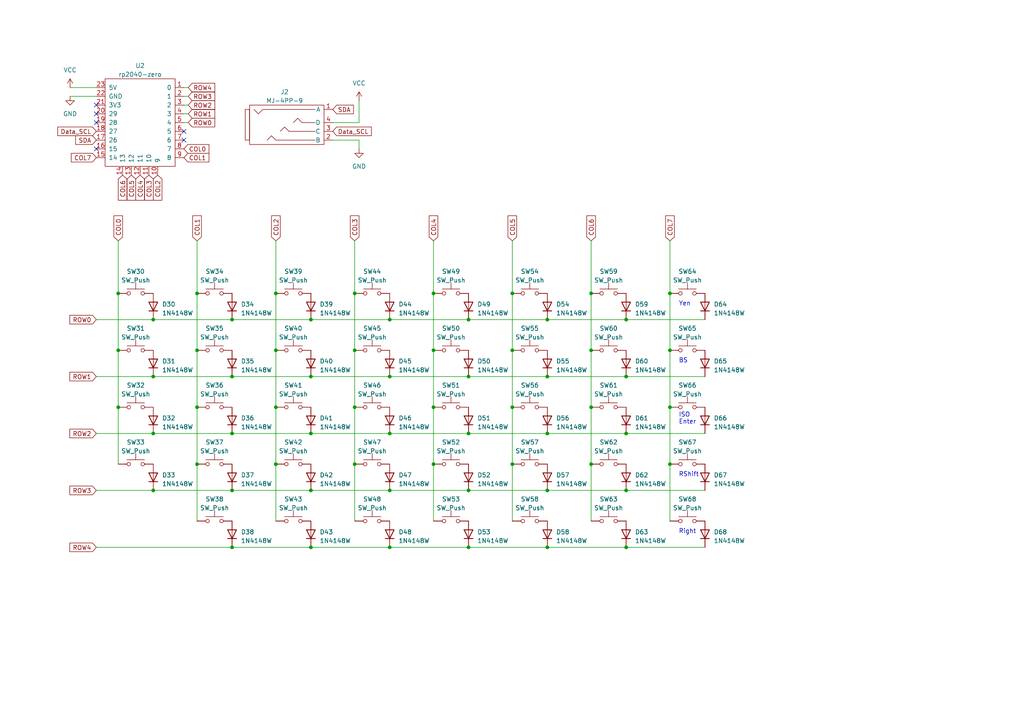
<source format=kicad_sch>
(kicad_sch (version 20230121) (generator eeschema)

  (uuid 9dfe0516-5229-4c9c-8e9b-e98bba4ec1bd)

  (paper "A4")

  (title_block
    (title "JIS60-Split_R")
    (date "2023-05-29")
    (rev "1.0")
    (company "@ymkn")
  )

  (lib_symbols
    (symbol "Diode:1N4148W" (pin_numbers hide) (pin_names hide) (in_bom yes) (on_board yes)
      (property "Reference" "D" (at 0 2.54 0)
        (effects (font (size 1.27 1.27)))
      )
      (property "Value" "1N4148W" (at 0 -2.54 0)
        (effects (font (size 1.27 1.27)))
      )
      (property "Footprint" "Diode_SMD:D_SOD-123" (at 0 -4.445 0)
        (effects (font (size 1.27 1.27)) hide)
      )
      (property "Datasheet" "https://www.vishay.com/docs/85748/1n4148w.pdf" (at 0 0 0)
        (effects (font (size 1.27 1.27)) hide)
      )
      (property "Sim.Device" "D" (at 0 0 0)
        (effects (font (size 1.27 1.27)) hide)
      )
      (property "Sim.Pins" "1=K 2=A" (at 0 0 0)
        (effects (font (size 1.27 1.27)) hide)
      )
      (property "ki_keywords" "diode" (at 0 0 0)
        (effects (font (size 1.27 1.27)) hide)
      )
      (property "ki_description" "75V 0.15A Fast Switching Diode, SOD-123" (at 0 0 0)
        (effects (font (size 1.27 1.27)) hide)
      )
      (property "ki_fp_filters" "D*SOD?123*" (at 0 0 0)
        (effects (font (size 1.27 1.27)) hide)
      )
      (symbol "1N4148W_0_1"
        (polyline
          (pts
            (xy -1.27 1.27)
            (xy -1.27 -1.27)
          )
          (stroke (width 0.254) (type default))
          (fill (type none))
        )
        (polyline
          (pts
            (xy 1.27 0)
            (xy -1.27 0)
          )
          (stroke (width 0) (type default))
          (fill (type none))
        )
        (polyline
          (pts
            (xy 1.27 1.27)
            (xy 1.27 -1.27)
            (xy -1.27 0)
            (xy 1.27 1.27)
          )
          (stroke (width 0.254) (type default))
          (fill (type none))
        )
      )
      (symbol "1N4148W_1_1"
        (pin passive line (at -3.81 0 0) (length 2.54)
          (name "K" (effects (font (size 1.27 1.27))))
          (number "1" (effects (font (size 1.27 1.27))))
        )
        (pin passive line (at 3.81 0 180) (length 2.54)
          (name "A" (effects (font (size 1.27 1.27))))
          (number "2" (effects (font (size 1.27 1.27))))
        )
      )
    )
    (symbol "MJ-4PP-9:MJ-4PP-9" (pin_names (offset 1.016)) (in_bom yes) (on_board yes)
      (property "Reference" "J" (at 0 7.62 0)
        (effects (font (size 1.27 1.27)))
      )
      (property "Value" "MJ-4PP-9" (at 0 -8.89 0)
        (effects (font (size 1.27 1.27)))
      )
      (property "Footprint" "" (at -15.24 -2.54 0)
        (effects (font (size 1.27 1.27)) hide)
      )
      (property "Datasheet" "" (at -15.24 -2.54 0)
        (effects (font (size 1.27 1.27)) hide)
      )
      (symbol "MJ-4PP-9_0_1"
        (rectangle (start -10.16 3.81) (end -11.43 -5.08)
          (stroke (width 0) (type solid))
          (fill (type none))
        )
        (polyline
          (pts
            (xy 8.89 -5.08)
            (xy -2.54 -5.08)
            (xy -3.81 -3.81)
            (xy -5.08 -5.08)
          )
          (stroke (width 0) (type solid))
          (fill (type none))
        )
        (polyline
          (pts
            (xy 8.89 -2.54)
            (xy 1.27 -2.54)
            (xy 0 -1.27)
            (xy -1.27 -2.54)
          )
          (stroke (width 0) (type solid))
          (fill (type none))
        )
        (polyline
          (pts
            (xy 8.89 0)
            (xy 5.08 0)
            (xy 3.81 1.27)
            (xy 2.54 0)
          )
          (stroke (width 0) (type solid))
          (fill (type none))
        )
        (polyline
          (pts
            (xy 8.89 3.81)
            (xy -6.35 3.81)
            (xy -7.62 2.54)
            (xy -8.89 3.81)
          )
          (stroke (width 0) (type solid))
          (fill (type none))
        )
        (rectangle (start 11.43 5.08) (end -10.16 -6.35)
          (stroke (width 0) (type solid))
          (fill (type none))
        )
      )
      (symbol "MJ-4PP-9_1_1"
        (pin input line (at 13.97 3.81 180) (length 2.54)
          (name "A" (effects (font (size 1.27 1.27))))
          (number "1" (effects (font (size 1.27 1.27))))
        )
        (pin input line (at 13.97 -5.08 180) (length 2.54)
          (name "B" (effects (font (size 1.27 1.27))))
          (number "2" (effects (font (size 1.27 1.27))))
        )
        (pin input line (at 13.97 -2.54 180) (length 2.54)
          (name "C" (effects (font (size 1.27 1.27))))
          (number "3" (effects (font (size 1.27 1.27))))
        )
        (pin input line (at 13.97 0 180) (length 2.54)
          (name "D" (effects (font (size 1.27 1.27))))
          (number "4" (effects (font (size 1.27 1.27))))
        )
      )
    )
    (symbol "Switch:SW_Push" (pin_numbers hide) (pin_names (offset 1.016) hide) (in_bom yes) (on_board yes)
      (property "Reference" "SW" (at 1.27 2.54 0)
        (effects (font (size 1.27 1.27)) (justify left))
      )
      (property "Value" "SW_Push" (at 0 -1.524 0)
        (effects (font (size 1.27 1.27)))
      )
      (property "Footprint" "" (at 0 5.08 0)
        (effects (font (size 1.27 1.27)) hide)
      )
      (property "Datasheet" "~" (at 0 5.08 0)
        (effects (font (size 1.27 1.27)) hide)
      )
      (property "ki_keywords" "switch normally-open pushbutton push-button" (at 0 0 0)
        (effects (font (size 1.27 1.27)) hide)
      )
      (property "ki_description" "Push button switch, generic, two pins" (at 0 0 0)
        (effects (font (size 1.27 1.27)) hide)
      )
      (symbol "SW_Push_0_1"
        (circle (center -2.032 0) (radius 0.508)
          (stroke (width 0) (type default))
          (fill (type none))
        )
        (polyline
          (pts
            (xy 0 1.27)
            (xy 0 3.048)
          )
          (stroke (width 0) (type default))
          (fill (type none))
        )
        (polyline
          (pts
            (xy 2.54 1.27)
            (xy -2.54 1.27)
          )
          (stroke (width 0) (type default))
          (fill (type none))
        )
        (circle (center 2.032 0) (radius 0.508)
          (stroke (width 0) (type default))
          (fill (type none))
        )
        (pin passive line (at -5.08 0 0) (length 2.54)
          (name "1" (effects (font (size 1.27 1.27))))
          (number "1" (effects (font (size 1.27 1.27))))
        )
        (pin passive line (at 5.08 0 180) (length 2.54)
          (name "2" (effects (font (size 1.27 1.27))))
          (number "2" (effects (font (size 1.27 1.27))))
        )
      )
    )
    (symbol "mcu:rp2040-zero" (pin_names (offset 1.016)) (in_bom yes) (on_board yes)
      (property "Reference" "U" (at 0 15.24 0)
        (effects (font (size 1.27 1.27)))
      )
      (property "Value" "rp2040-zero" (at 0 12.7 0)
        (effects (font (size 1.27 1.27)))
      )
      (property "Footprint" "" (at -8.89 5.08 0)
        (effects (font (size 1.27 1.27)) hide)
      )
      (property "Datasheet" "" (at -8.89 5.08 0)
        (effects (font (size 1.27 1.27)) hide)
      )
      (symbol "rp2040-zero_0_1"
        (rectangle (start -10.16 11.43) (end 10.16 -13.97)
          (stroke (width 0) (type default))
          (fill (type none))
        )
      )
      (symbol "rp2040-zero_1_1"
        (pin bidirectional line (at 12.7 8.89 180) (length 2.54)
          (name "0" (effects (font (size 1.27 1.27))))
          (number "1" (effects (font (size 1.27 1.27))))
        )
        (pin bidirectional line (at 5.08 -16.51 90) (length 2.54)
          (name "9" (effects (font (size 1.27 1.27))))
          (number "10" (effects (font (size 1.27 1.27))))
        )
        (pin bidirectional line (at 2.54 -16.51 90) (length 2.54)
          (name "10" (effects (font (size 1.27 1.27))))
          (number "11" (effects (font (size 1.27 1.27))))
        )
        (pin bidirectional line (at 0 -16.51 90) (length 2.54)
          (name "11" (effects (font (size 1.27 1.27))))
          (number "12" (effects (font (size 1.27 1.27))))
        )
        (pin bidirectional line (at -2.54 -16.51 90) (length 2.54)
          (name "12" (effects (font (size 1.27 1.27))))
          (number "13" (effects (font (size 1.27 1.27))))
        )
        (pin bidirectional line (at -5.08 -16.51 90) (length 2.54)
          (name "13" (effects (font (size 1.27 1.27))))
          (number "14" (effects (font (size 1.27 1.27))))
        )
        (pin bidirectional line (at -12.7 -11.43 0) (length 2.54)
          (name "14" (effects (font (size 1.27 1.27))))
          (number "15" (effects (font (size 1.27 1.27))))
        )
        (pin bidirectional line (at -12.7 -8.89 0) (length 2.54)
          (name "15" (effects (font (size 1.27 1.27))))
          (number "16" (effects (font (size 1.27 1.27))))
        )
        (pin bidirectional line (at -12.7 -6.35 0) (length 2.54)
          (name "26" (effects (font (size 1.27 1.27))))
          (number "17" (effects (font (size 1.27 1.27))))
        )
        (pin bidirectional line (at -12.7 -3.81 0) (length 2.54)
          (name "27" (effects (font (size 1.27 1.27))))
          (number "18" (effects (font (size 1.27 1.27))))
        )
        (pin bidirectional line (at -12.7 -1.27 0) (length 2.54)
          (name "28" (effects (font (size 1.27 1.27))))
          (number "19" (effects (font (size 1.27 1.27))))
        )
        (pin bidirectional line (at 12.7 6.35 180) (length 2.54)
          (name "1" (effects (font (size 1.27 1.27))))
          (number "2" (effects (font (size 1.27 1.27))))
        )
        (pin bidirectional line (at -12.7 1.27 0) (length 2.54)
          (name "29" (effects (font (size 1.27 1.27))))
          (number "20" (effects (font (size 1.27 1.27))))
        )
        (pin power_out line (at -12.7 3.81 0) (length 2.54)
          (name "3V3" (effects (font (size 1.27 1.27))))
          (number "21" (effects (font (size 1.27 1.27))))
        )
        (pin power_out line (at -12.7 6.35 0) (length 2.54)
          (name "GND" (effects (font (size 1.27 1.27))))
          (number "22" (effects (font (size 1.27 1.27))))
        )
        (pin power_out line (at -12.7 8.89 0) (length 2.54)
          (name "5V" (effects (font (size 1.27 1.27))))
          (number "23" (effects (font (size 1.27 1.27))))
        )
        (pin bidirectional line (at 12.7 3.81 180) (length 2.54)
          (name "2" (effects (font (size 1.27 1.27))))
          (number "3" (effects (font (size 1.27 1.27))))
        )
        (pin bidirectional line (at 12.7 1.27 180) (length 2.54)
          (name "3" (effects (font (size 1.27 1.27))))
          (number "4" (effects (font (size 1.27 1.27))))
        )
        (pin bidirectional line (at 12.7 -1.27 180) (length 2.54)
          (name "4" (effects (font (size 1.27 1.27))))
          (number "5" (effects (font (size 1.27 1.27))))
        )
        (pin bidirectional line (at 12.7 -3.81 180) (length 2.54)
          (name "5" (effects (font (size 1.27 1.27))))
          (number "6" (effects (font (size 1.27 1.27))))
        )
        (pin bidirectional line (at 12.7 -6.35 180) (length 2.54)
          (name "6" (effects (font (size 1.27 1.27))))
          (number "7" (effects (font (size 1.27 1.27))))
        )
        (pin bidirectional line (at 12.7 -8.89 180) (length 2.54)
          (name "7" (effects (font (size 1.27 1.27))))
          (number "8" (effects (font (size 1.27 1.27))))
        )
        (pin bidirectional line (at 12.7 -11.43 180) (length 2.54)
          (name "8" (effects (font (size 1.27 1.27))))
          (number "9" (effects (font (size 1.27 1.27))))
        )
      )
    )
    (symbol "power:GND" (power) (pin_names (offset 0)) (in_bom yes) (on_board yes)
      (property "Reference" "#PWR" (at 0 -6.35 0)
        (effects (font (size 1.27 1.27)) hide)
      )
      (property "Value" "GND" (at 0 -3.81 0)
        (effects (font (size 1.27 1.27)))
      )
      (property "Footprint" "" (at 0 0 0)
        (effects (font (size 1.27 1.27)) hide)
      )
      (property "Datasheet" "" (at 0 0 0)
        (effects (font (size 1.27 1.27)) hide)
      )
      (property "ki_keywords" "global power" (at 0 0 0)
        (effects (font (size 1.27 1.27)) hide)
      )
      (property "ki_description" "Power symbol creates a global label with name \"GND\" , ground" (at 0 0 0)
        (effects (font (size 1.27 1.27)) hide)
      )
      (symbol "GND_0_1"
        (polyline
          (pts
            (xy 0 0)
            (xy 0 -1.27)
            (xy 1.27 -1.27)
            (xy 0 -2.54)
            (xy -1.27 -1.27)
            (xy 0 -1.27)
          )
          (stroke (width 0) (type default))
          (fill (type none))
        )
      )
      (symbol "GND_1_1"
        (pin power_in line (at 0 0 270) (length 0) hide
          (name "GND" (effects (font (size 1.27 1.27))))
          (number "1" (effects (font (size 1.27 1.27))))
        )
      )
    )
    (symbol "power:VCC" (power) (pin_names (offset 0)) (in_bom yes) (on_board yes)
      (property "Reference" "#PWR" (at 0 -3.81 0)
        (effects (font (size 1.27 1.27)) hide)
      )
      (property "Value" "VCC" (at 0 3.81 0)
        (effects (font (size 1.27 1.27)))
      )
      (property "Footprint" "" (at 0 0 0)
        (effects (font (size 1.27 1.27)) hide)
      )
      (property "Datasheet" "" (at 0 0 0)
        (effects (font (size 1.27 1.27)) hide)
      )
      (property "ki_keywords" "global power" (at 0 0 0)
        (effects (font (size 1.27 1.27)) hide)
      )
      (property "ki_description" "Power symbol creates a global label with name \"VCC\"" (at 0 0 0)
        (effects (font (size 1.27 1.27)) hide)
      )
      (symbol "VCC_0_1"
        (polyline
          (pts
            (xy -0.762 1.27)
            (xy 0 2.54)
          )
          (stroke (width 0) (type default))
          (fill (type none))
        )
        (polyline
          (pts
            (xy 0 0)
            (xy 0 2.54)
          )
          (stroke (width 0) (type default))
          (fill (type none))
        )
        (polyline
          (pts
            (xy 0 2.54)
            (xy 0.762 1.27)
          )
          (stroke (width 0) (type default))
          (fill (type none))
        )
      )
      (symbol "VCC_1_1"
        (pin power_in line (at 0 0 90) (length 0) hide
          (name "VCC" (effects (font (size 1.27 1.27))))
          (number "1" (effects (font (size 1.27 1.27))))
        )
      )
    )
  )

  (junction (at 102.87 118.11) (diameter 0) (color 0 0 0 0)
    (uuid 073c3ed4-fd5a-40f4-8428-ccbda2675366)
  )
  (junction (at 135.89 125.73) (diameter 0) (color 0 0 0 0)
    (uuid 0a35ccaf-51f2-4624-b87f-20b7ebf75c00)
  )
  (junction (at 90.17 92.71) (diameter 0) (color 0 0 0 0)
    (uuid 0bbcc813-d8af-4c97-8cb7-2741274a17e1)
  )
  (junction (at 80.01 85.09) (diameter 0) (color 0 0 0 0)
    (uuid 0d13b6df-e1e5-447b-954b-b65c5734c5c3)
  )
  (junction (at 67.31 125.73) (diameter 0) (color 0 0 0 0)
    (uuid 0fbfd035-c185-445d-bab1-f6e650112e1d)
  )
  (junction (at 102.87 101.6) (diameter 0) (color 0 0 0 0)
    (uuid 107bfec3-ed97-4711-8d16-a97e54fc31bb)
  )
  (junction (at 125.73 134.62) (diameter 0) (color 0 0 0 0)
    (uuid 1ad72d2c-6c7e-4d21-adb7-8d404d1376c8)
  )
  (junction (at 158.75 92.71) (diameter 0) (color 0 0 0 0)
    (uuid 1f6f5b4a-4442-41c1-a076-343382b23dc0)
  )
  (junction (at 34.29 118.11) (diameter 0) (color 0 0 0 0)
    (uuid 2778f434-add1-45eb-931f-45e5ccc9a133)
  )
  (junction (at 80.01 118.11) (diameter 0) (color 0 0 0 0)
    (uuid 2adba921-1abc-4b55-be7b-40623284747e)
  )
  (junction (at 44.45 142.24) (diameter 0) (color 0 0 0 0)
    (uuid 2e75840c-11b8-458a-8ba8-bb36e1b83ac4)
  )
  (junction (at 80.01 101.6) (diameter 0) (color 0 0 0 0)
    (uuid 30658855-2112-469f-8efd-d62fcc6f41ae)
  )
  (junction (at 44.45 125.73) (diameter 0) (color 0 0 0 0)
    (uuid 32759e3c-d598-4bfc-bee0-c2f62a360524)
  )
  (junction (at 181.61 158.75) (diameter 0) (color 0 0 0 0)
    (uuid 35147118-53db-4f9a-9448-eeda70e56ca7)
  )
  (junction (at 90.17 142.24) (diameter 0) (color 0 0 0 0)
    (uuid 392e3c0b-5203-4263-9fd2-c4ecd3f49085)
  )
  (junction (at 80.01 134.62) (diameter 0) (color 0 0 0 0)
    (uuid 39a05b37-7345-464f-bb10-1dc66fcec91a)
  )
  (junction (at 148.59 118.11) (diameter 0) (color 0 0 0 0)
    (uuid 3a1e1d9d-83d9-4a6f-b085-4edc2ee6c38a)
  )
  (junction (at 113.03 109.22) (diameter 0) (color 0 0 0 0)
    (uuid 3f922cc9-ccf4-4a2d-922c-fee9171596be)
  )
  (junction (at 125.73 85.09) (diameter 0) (color 0 0 0 0)
    (uuid 406642ae-4242-4916-a4ed-08fc0c121dfd)
  )
  (junction (at 113.03 142.24) (diameter 0) (color 0 0 0 0)
    (uuid 4208a037-67c6-4841-9ad8-c7e9bf827c3b)
  )
  (junction (at 113.03 125.73) (diameter 0) (color 0 0 0 0)
    (uuid 48aaded4-2384-44c5-9be8-9f5689dc2e08)
  )
  (junction (at 57.15 118.11) (diameter 0) (color 0 0 0 0)
    (uuid 585fef01-987b-49dd-9cec-67f81842c924)
  )
  (junction (at 135.89 109.22) (diameter 0) (color 0 0 0 0)
    (uuid 5ad99d8e-93e6-4e5b-89c6-515dd241b4b9)
  )
  (junction (at 148.59 134.62) (diameter 0) (color 0 0 0 0)
    (uuid 60b9d836-29be-4382-ab2f-32542e5422e4)
  )
  (junction (at 171.45 118.11) (diameter 0) (color 0 0 0 0)
    (uuid 69143fe1-85fb-4f7c-a893-6eac56977ff7)
  )
  (junction (at 181.61 125.73) (diameter 0) (color 0 0 0 0)
    (uuid 71b8502f-039c-4dd4-9877-63374bfd2623)
  )
  (junction (at 67.31 158.75) (diameter 0) (color 0 0 0 0)
    (uuid 8e29069e-c1b0-4050-a52f-42658fabdcbc)
  )
  (junction (at 57.15 101.6) (diameter 0) (color 0 0 0 0)
    (uuid 8efa3de5-aa9d-470d-beea-18d330251f06)
  )
  (junction (at 125.73 118.11) (diameter 0) (color 0 0 0 0)
    (uuid 93fe57e8-1b99-4f12-90f0-33112e7b73fe)
  )
  (junction (at 102.87 85.09) (diameter 0) (color 0 0 0 0)
    (uuid 944444c8-49ea-42c5-b14f-c45d81e9147a)
  )
  (junction (at 171.45 134.62) (diameter 0) (color 0 0 0 0)
    (uuid 950e5b95-dcdd-4292-88fe-71835be7b66e)
  )
  (junction (at 90.17 109.22) (diameter 0) (color 0 0 0 0)
    (uuid 95790f75-1ad8-4bc3-9399-73b78fffae4f)
  )
  (junction (at 158.75 142.24) (diameter 0) (color 0 0 0 0)
    (uuid 9ecfd136-ec0f-4eaf-a03f-657290d5eadc)
  )
  (junction (at 148.59 85.09) (diameter 0) (color 0 0 0 0)
    (uuid a0ffae60-9584-49d5-b357-6b37543c1865)
  )
  (junction (at 113.03 158.75) (diameter 0) (color 0 0 0 0)
    (uuid a1da03e7-1637-42f6-b13f-362ae8770223)
  )
  (junction (at 34.29 101.6) (diameter 0) (color 0 0 0 0)
    (uuid a2bf525d-70f1-453a-bf5e-d171a5ef1092)
  )
  (junction (at 148.59 101.6) (diameter 0) (color 0 0 0 0)
    (uuid a568a48e-049d-4463-bac9-c28c71e5a83d)
  )
  (junction (at 135.89 158.75) (diameter 0) (color 0 0 0 0)
    (uuid a62c653d-5b4d-4072-ad2c-bb9e30bb0f4c)
  )
  (junction (at 194.31 101.6) (diameter 0) (color 0 0 0 0)
    (uuid a70183cf-bb84-433e-ae46-10aac2607df0)
  )
  (junction (at 194.31 134.62) (diameter 0) (color 0 0 0 0)
    (uuid ac09c023-38ce-465c-9d73-052be4e9c0a1)
  )
  (junction (at 158.75 158.75) (diameter 0) (color 0 0 0 0)
    (uuid ad816400-fbd1-498f-bdca-2f80e261dabe)
  )
  (junction (at 57.15 134.62) (diameter 0) (color 0 0 0 0)
    (uuid b6a2ffe3-a4f9-4cfa-9528-bed677d12aa5)
  )
  (junction (at 158.75 125.73) (diameter 0) (color 0 0 0 0)
    (uuid bd16323a-c3ce-4851-b6b9-684278ed48b4)
  )
  (junction (at 171.45 85.09) (diameter 0) (color 0 0 0 0)
    (uuid bd5cc153-229f-44ec-8b25-5a50573535e8)
  )
  (junction (at 34.29 85.09) (diameter 0) (color 0 0 0 0)
    (uuid c0194c07-3b76-4072-a1fe-260eac20caf4)
  )
  (junction (at 171.45 101.6) (diameter 0) (color 0 0 0 0)
    (uuid c0622d91-a42f-4ba9-a03b-2389b15e9b36)
  )
  (junction (at 125.73 101.6) (diameter 0) (color 0 0 0 0)
    (uuid c3d781e9-0ba9-44cf-95b5-25ff0733ab3a)
  )
  (junction (at 158.75 109.22) (diameter 0) (color 0 0 0 0)
    (uuid c6ceedd9-abbb-4ac2-936e-831c382b25e9)
  )
  (junction (at 44.45 92.71) (diameter 0) (color 0 0 0 0)
    (uuid c8ff10d7-3f55-4cd2-a675-3a38f927d0a9)
  )
  (junction (at 67.31 109.22) (diameter 0) (color 0 0 0 0)
    (uuid ca19f548-602f-47f5-9582-f87d4d15f191)
  )
  (junction (at 135.89 142.24) (diameter 0) (color 0 0 0 0)
    (uuid ca2ca9d9-9237-4e8a-86b8-fe1f6e62c9f5)
  )
  (junction (at 194.31 118.11) (diameter 0) (color 0 0 0 0)
    (uuid ce73a362-5c45-437e-82ef-5ef8c8ca49fb)
  )
  (junction (at 67.31 92.71) (diameter 0) (color 0 0 0 0)
    (uuid d204bcc4-0625-44d5-a361-7af2b23ab930)
  )
  (junction (at 57.15 85.09) (diameter 0) (color 0 0 0 0)
    (uuid d2073d67-ce18-48b1-9053-66d95b6d98bf)
  )
  (junction (at 90.17 158.75) (diameter 0) (color 0 0 0 0)
    (uuid d605cf04-b3d4-4c7d-b15f-d7e63eaf5de3)
  )
  (junction (at 181.61 142.24) (diameter 0) (color 0 0 0 0)
    (uuid e0e358dd-19c1-416e-aad5-f15291755d7e)
  )
  (junction (at 67.31 142.24) (diameter 0) (color 0 0 0 0)
    (uuid e4b3b36c-707a-4ffa-990b-b302aeb47857)
  )
  (junction (at 194.31 85.09) (diameter 0) (color 0 0 0 0)
    (uuid e4bd74f8-ba48-4eb3-b720-b3213c501a4e)
  )
  (junction (at 181.61 109.22) (diameter 0) (color 0 0 0 0)
    (uuid f0c70344-fd0a-4718-885f-aa820db905c8)
  )
  (junction (at 90.17 125.73) (diameter 0) (color 0 0 0 0)
    (uuid f0d3a1a2-8efb-42b4-80fe-fda9babe5c20)
  )
  (junction (at 135.89 92.71) (diameter 0) (color 0 0 0 0)
    (uuid f3f8d38b-40c8-4512-9acf-58c9dd4f83d3)
  )
  (junction (at 44.45 109.22) (diameter 0) (color 0 0 0 0)
    (uuid f4e3dfe0-a85b-437a-bb43-c74c83c0b6b9)
  )
  (junction (at 181.61 92.71) (diameter 0) (color 0 0 0 0)
    (uuid f9647693-03c9-4340-8e3f-1eee5c85b59a)
  )
  (junction (at 102.87 134.62) (diameter 0) (color 0 0 0 0)
    (uuid fd3a608c-3d71-413a-bfc1-289a7102b20d)
  )
  (junction (at 113.03 92.71) (diameter 0) (color 0 0 0 0)
    (uuid fea21077-2339-479e-bf8d-3f86b7dd242c)
  )

  (no_connect (at 27.94 33.02) (uuid 0afc2f98-d4ec-4149-9214-437afe42e6e7))
  (no_connect (at 53.34 38.1) (uuid 2b234a4c-8670-4e49-bc63-9e9be34b96ea))
  (no_connect (at 27.94 35.56) (uuid 40c3228e-012b-4753-80f4-dec5ec33ee43))
  (no_connect (at 27.94 30.48) (uuid 902ef9a5-a681-4d4a-b9b8-875ebe47c023))
  (no_connect (at 27.94 43.18) (uuid 9575d76d-0ffd-43fb-86b8-afb69d736f21))
  (no_connect (at 53.34 40.64) (uuid e8dba265-9a0b-465a-97a5-d37ef9df220e))

  (wire (pts (xy 57.15 118.11) (xy 57.15 134.62))
    (stroke (width 0) (type default))
    (uuid 00d96b8c-71ec-4a5b-80c0-b086bb31a8d3)
  )
  (wire (pts (xy 90.17 142.24) (xy 113.03 142.24))
    (stroke (width 0) (type default))
    (uuid 07e8de57-78f9-4ea6-b183-64fe5d1ac258)
  )
  (wire (pts (xy 148.59 85.09) (xy 148.59 101.6))
    (stroke (width 0) (type default))
    (uuid 0cd4c26d-cf14-47df-aa0d-4c2dbe3673ab)
  )
  (wire (pts (xy 148.59 69.85) (xy 148.59 85.09))
    (stroke (width 0) (type default))
    (uuid 176637ae-66fe-4e48-8bdb-39c7e76f1ced)
  )
  (wire (pts (xy 113.03 92.71) (xy 135.89 92.71))
    (stroke (width 0) (type default))
    (uuid 1b1cbebe-c2cc-41d3-bec6-1a4610b7debf)
  )
  (wire (pts (xy 102.87 69.85) (xy 102.87 85.09))
    (stroke (width 0) (type default))
    (uuid 1b59304a-21cb-450f-9483-57aa47a06df8)
  )
  (wire (pts (xy 80.01 134.62) (xy 80.01 151.13))
    (stroke (width 0) (type default))
    (uuid 1e875aeb-41f5-4e83-9ee1-441df6ecf16f)
  )
  (wire (pts (xy 27.94 92.71) (xy 44.45 92.71))
    (stroke (width 0) (type default))
    (uuid 1f28fa0b-9461-40b7-97b4-cc018b57f9a8)
  )
  (wire (pts (xy 113.03 158.75) (xy 135.89 158.75))
    (stroke (width 0) (type default))
    (uuid 23f9e21b-54ef-4149-9567-4830519d52db)
  )
  (wire (pts (xy 96.52 35.56) (xy 104.14 35.56))
    (stroke (width 0) (type default))
    (uuid 271f6e3a-72df-48d0-9403-ff570bc63199)
  )
  (wire (pts (xy 104.14 35.56) (xy 104.14 29.21))
    (stroke (width 0) (type default))
    (uuid 2819a144-168c-4f70-9f78-d7547da2834c)
  )
  (wire (pts (xy 67.31 142.24) (xy 90.17 142.24))
    (stroke (width 0) (type default))
    (uuid 2b241e45-8327-42d6-a4b9-7669c20fae47)
  )
  (wire (pts (xy 113.03 142.24) (xy 135.89 142.24))
    (stroke (width 0) (type default))
    (uuid 2b71ffeb-472d-4537-bf17-a8a912acb455)
  )
  (wire (pts (xy 57.15 101.6) (xy 57.15 118.11))
    (stroke (width 0) (type default))
    (uuid 2bde4466-58c2-4755-92d5-1f3c9b506971)
  )
  (wire (pts (xy 90.17 109.22) (xy 113.03 109.22))
    (stroke (width 0) (type default))
    (uuid 2c5cc90f-16a9-4343-a391-555f61ba6ad4)
  )
  (wire (pts (xy 181.61 158.75) (xy 204.47 158.75))
    (stroke (width 0) (type default))
    (uuid 3304b144-ad41-4d86-8424-78686eaa405e)
  )
  (wire (pts (xy 158.75 125.73) (xy 181.61 125.73))
    (stroke (width 0) (type default))
    (uuid 33949b06-51f4-473a-8dee-cc59afa8bc1b)
  )
  (wire (pts (xy 113.03 109.22) (xy 135.89 109.22))
    (stroke (width 0) (type default))
    (uuid 34047b5e-7285-4713-8b01-f49c1758deec)
  )
  (wire (pts (xy 44.45 92.71) (xy 67.31 92.71))
    (stroke (width 0) (type default))
    (uuid 349a9571-30bb-49b5-a913-92b0145354be)
  )
  (wire (pts (xy 148.59 134.62) (xy 148.59 151.13))
    (stroke (width 0) (type default))
    (uuid 38381f32-0e76-483d-9ee3-6b5fa9dfd394)
  )
  (wire (pts (xy 181.61 142.24) (xy 204.47 142.24))
    (stroke (width 0) (type default))
    (uuid 3855216e-c1cb-4533-a454-29c2c70689e3)
  )
  (wire (pts (xy 34.29 101.6) (xy 34.29 118.11))
    (stroke (width 0) (type default))
    (uuid 3da8c872-65f1-4138-91c0-1cbb0e228201)
  )
  (wire (pts (xy 148.59 118.11) (xy 148.59 134.62))
    (stroke (width 0) (type default))
    (uuid 416e1d56-6723-4da6-a85b-6fd1f469148e)
  )
  (wire (pts (xy 125.73 85.09) (xy 125.73 101.6))
    (stroke (width 0) (type default))
    (uuid 41c463ed-0f67-442f-aa1e-1effb8149c9d)
  )
  (wire (pts (xy 96.52 40.64) (xy 104.14 40.64))
    (stroke (width 0) (type default))
    (uuid 47c47091-35eb-4d2e-b7ad-d215870645ed)
  )
  (wire (pts (xy 102.87 85.09) (xy 102.87 101.6))
    (stroke (width 0) (type default))
    (uuid 4846fc24-536f-44f5-ab1c-01b15fa2ffda)
  )
  (wire (pts (xy 158.75 158.75) (xy 181.61 158.75))
    (stroke (width 0) (type default))
    (uuid 4ab3553d-5ba1-4d51-9b4c-a3863941567a)
  )
  (wire (pts (xy 44.45 109.22) (xy 67.31 109.22))
    (stroke (width 0) (type default))
    (uuid 4acd274b-3094-45d6-af78-30f6d9a6f573)
  )
  (wire (pts (xy 194.31 118.11) (xy 194.31 134.62))
    (stroke (width 0) (type default))
    (uuid 4fcefeec-ee23-4eb6-99a7-28e3188da0a4)
  )
  (wire (pts (xy 158.75 92.71) (xy 181.61 92.71))
    (stroke (width 0) (type default))
    (uuid 50f74a17-504b-4019-a7f9-9ea7e7963c8c)
  )
  (wire (pts (xy 34.29 85.09) (xy 34.29 101.6))
    (stroke (width 0) (type default))
    (uuid 53633dce-52df-4ab0-bb00-e16ff633c81b)
  )
  (wire (pts (xy 44.45 142.24) (xy 67.31 142.24))
    (stroke (width 0) (type default))
    (uuid 53af44cc-b333-4870-b40e-a5c5a151363e)
  )
  (wire (pts (xy 194.31 101.6) (xy 194.31 118.11))
    (stroke (width 0) (type default))
    (uuid 56fb9bb1-4cce-4a06-932c-e052c8cf0342)
  )
  (wire (pts (xy 181.61 125.73) (xy 204.47 125.73))
    (stroke (width 0) (type default))
    (uuid 597b848a-3602-487a-afb7-0a699a76c838)
  )
  (wire (pts (xy 135.89 109.22) (xy 158.75 109.22))
    (stroke (width 0) (type default))
    (uuid 5aef0d89-9347-4e54-8d73-42a073d0aa94)
  )
  (wire (pts (xy 67.31 158.75) (xy 90.17 158.75))
    (stroke (width 0) (type default))
    (uuid 5fa66a37-599c-4c90-908e-4f413cf8ae42)
  )
  (wire (pts (xy 80.01 101.6) (xy 80.01 118.11))
    (stroke (width 0) (type default))
    (uuid 61d4ac16-43a3-4f93-a588-4ed8e064d628)
  )
  (wire (pts (xy 54.61 25.4) (xy 53.34 25.4))
    (stroke (width 0) (type default))
    (uuid 627d4b2c-f6c2-4058-b9c5-246fadde3023)
  )
  (wire (pts (xy 44.45 125.73) (xy 67.31 125.73))
    (stroke (width 0) (type default))
    (uuid 6566117d-54a4-4085-bba3-de1dda23cf43)
  )
  (wire (pts (xy 194.31 134.62) (xy 194.31 151.13))
    (stroke (width 0) (type default))
    (uuid 68777d80-456c-4e86-94f6-c8a75f83f5c8)
  )
  (wire (pts (xy 181.61 109.22) (xy 204.47 109.22))
    (stroke (width 0) (type default))
    (uuid 687c26c6-6325-4a57-9ccd-a4c263d44e18)
  )
  (wire (pts (xy 90.17 125.73) (xy 113.03 125.73))
    (stroke (width 0) (type default))
    (uuid 6b8b4e24-afb6-480b-a62f-cd31a03eb147)
  )
  (wire (pts (xy 125.73 101.6) (xy 125.73 118.11))
    (stroke (width 0) (type default))
    (uuid 6e8a2a1a-3c22-41c6-983b-ec0d67cda661)
  )
  (wire (pts (xy 20.32 27.94) (xy 27.94 27.94))
    (stroke (width 0) (type default))
    (uuid 7088e3b6-b0db-40be-944f-bc1667578b83)
  )
  (wire (pts (xy 194.31 69.85) (xy 194.31 85.09))
    (stroke (width 0) (type default))
    (uuid 7239c613-b6be-4a4f-a6b0-d75894fee1cf)
  )
  (wire (pts (xy 125.73 134.62) (xy 125.73 151.13))
    (stroke (width 0) (type default))
    (uuid 76169384-fa31-47c8-bdef-a794a04a89c8)
  )
  (wire (pts (xy 27.94 142.24) (xy 44.45 142.24))
    (stroke (width 0) (type default))
    (uuid 7fc416be-4e7e-4d2c-bfc1-61c38031dcbe)
  )
  (wire (pts (xy 113.03 125.73) (xy 135.89 125.73))
    (stroke (width 0) (type default))
    (uuid 830a186a-9d85-497e-b317-4f43c321e784)
  )
  (wire (pts (xy 54.61 33.02) (xy 53.34 33.02))
    (stroke (width 0) (type default))
    (uuid 837369c5-40fe-49e7-bcdd-6cb40169064c)
  )
  (wire (pts (xy 171.45 69.85) (xy 171.45 85.09))
    (stroke (width 0) (type default))
    (uuid 86aef9e2-a468-4b8e-97c2-ce4ed94427e8)
  )
  (wire (pts (xy 27.94 109.22) (xy 44.45 109.22))
    (stroke (width 0) (type default))
    (uuid 89a7944b-539e-42ac-8e4d-4b253fe5f8fc)
  )
  (wire (pts (xy 104.14 40.64) (xy 104.14 43.18))
    (stroke (width 0) (type default))
    (uuid 8aa50da7-3184-49ee-8354-c34303acc610)
  )
  (wire (pts (xy 27.94 125.73) (xy 44.45 125.73))
    (stroke (width 0) (type default))
    (uuid 90e8848d-1877-4428-879d-38b911d0467e)
  )
  (wire (pts (xy 158.75 142.24) (xy 181.61 142.24))
    (stroke (width 0) (type default))
    (uuid 9192118d-f4b1-4edc-80f1-be3a1d8446a0)
  )
  (wire (pts (xy 27.94 158.75) (xy 67.31 158.75))
    (stroke (width 0) (type default))
    (uuid 934e664a-9340-4a6c-a969-d76b943cecea)
  )
  (wire (pts (xy 57.15 69.85) (xy 57.15 85.09))
    (stroke (width 0) (type default))
    (uuid 93c67bcb-a1ec-4583-8f06-3a2a227b7524)
  )
  (wire (pts (xy 135.89 125.73) (xy 158.75 125.73))
    (stroke (width 0) (type default))
    (uuid 93d3cb6c-cd19-4a36-b91f-69bfd77a4e17)
  )
  (wire (pts (xy 125.73 69.85) (xy 125.73 85.09))
    (stroke (width 0) (type default))
    (uuid 9459d249-58c7-4194-b577-d2c97caa9d23)
  )
  (wire (pts (xy 90.17 92.71) (xy 113.03 92.71))
    (stroke (width 0) (type default))
    (uuid 9763781e-08c6-48d3-986c-3fc637d0fdca)
  )
  (wire (pts (xy 34.29 69.85) (xy 34.29 85.09))
    (stroke (width 0) (type default))
    (uuid 98dcbab3-b752-4ced-9c8b-8f81276296ae)
  )
  (wire (pts (xy 181.61 92.71) (xy 204.47 92.71))
    (stroke (width 0) (type default))
    (uuid 9979158f-f44f-4bcc-9260-9c979394b88f)
  )
  (wire (pts (xy 57.15 85.09) (xy 57.15 101.6))
    (stroke (width 0) (type default))
    (uuid a1d1928d-bd20-4218-a74f-c7237a16dff8)
  )
  (wire (pts (xy 20.32 25.4) (xy 27.94 25.4))
    (stroke (width 0) (type default))
    (uuid a3cc34e7-4bdd-4de5-af73-9590e22ebd4d)
  )
  (wire (pts (xy 135.89 92.71) (xy 158.75 92.71))
    (stroke (width 0) (type default))
    (uuid a4b063f9-5478-47d7-af35-4efd2282e1f0)
  )
  (wire (pts (xy 135.89 142.24) (xy 158.75 142.24))
    (stroke (width 0) (type default))
    (uuid a9141268-3ecf-410b-ae3d-5c9013e07ac2)
  )
  (wire (pts (xy 171.45 134.62) (xy 171.45 151.13))
    (stroke (width 0) (type default))
    (uuid ac2a2f25-af19-4322-b59d-23f92ef442d4)
  )
  (wire (pts (xy 54.61 35.56) (xy 53.34 35.56))
    (stroke (width 0) (type default))
    (uuid ad5894fe-3397-4b3d-a006-36fd1ae56715)
  )
  (wire (pts (xy 148.59 101.6) (xy 148.59 118.11))
    (stroke (width 0) (type default))
    (uuid b14b7d33-4655-4c07-a878-4b8950d20fb7)
  )
  (wire (pts (xy 102.87 101.6) (xy 102.87 118.11))
    (stroke (width 0) (type default))
    (uuid b2272b74-1136-4d44-9c06-ac5ed83c2d67)
  )
  (wire (pts (xy 80.01 69.85) (xy 80.01 85.09))
    (stroke (width 0) (type default))
    (uuid b86ff5ab-d141-4c1a-be41-1cb79e42c290)
  )
  (wire (pts (xy 57.15 134.62) (xy 57.15 151.13))
    (stroke (width 0) (type default))
    (uuid ba6b159c-e49b-45a4-b996-babdf53c9457)
  )
  (wire (pts (xy 67.31 125.73) (xy 90.17 125.73))
    (stroke (width 0) (type default))
    (uuid bab8f30d-72f9-477d-b3ce-de30c853c36e)
  )
  (wire (pts (xy 54.61 27.94) (xy 53.34 27.94))
    (stroke (width 0) (type default))
    (uuid bf611fd8-c801-4f5f-8dad-f5afcb9ec7f4)
  )
  (wire (pts (xy 135.89 158.75) (xy 158.75 158.75))
    (stroke (width 0) (type default))
    (uuid c8fe96a5-749b-46db-b0ee-f7122ff5ccd1)
  )
  (wire (pts (xy 54.61 30.48) (xy 53.34 30.48))
    (stroke (width 0) (type default))
    (uuid ca4bb8e5-ffe0-4a52-b710-70fdf1d8edf4)
  )
  (wire (pts (xy 67.31 92.71) (xy 90.17 92.71))
    (stroke (width 0) (type default))
    (uuid cc9d2e20-ed7a-47bf-9f9d-5618aecf5980)
  )
  (wire (pts (xy 80.01 85.09) (xy 80.01 101.6))
    (stroke (width 0) (type default))
    (uuid ceefc14d-c78e-4385-8cba-cb6c207f6281)
  )
  (wire (pts (xy 158.75 109.22) (xy 181.61 109.22))
    (stroke (width 0) (type default))
    (uuid d32ce397-2f10-4121-a15b-8606ff8ed549)
  )
  (wire (pts (xy 102.87 134.62) (xy 102.87 151.13))
    (stroke (width 0) (type default))
    (uuid d976e4af-8e71-4858-97a2-288223a78ef2)
  )
  (wire (pts (xy 171.45 85.09) (xy 171.45 101.6))
    (stroke (width 0) (type default))
    (uuid e0b9a52f-88fd-45a6-89a7-5569c53b0e79)
  )
  (wire (pts (xy 67.31 109.22) (xy 90.17 109.22))
    (stroke (width 0) (type default))
    (uuid e2cc26c7-e7e9-4d86-a828-79e777de0ad9)
  )
  (wire (pts (xy 90.17 158.75) (xy 113.03 158.75))
    (stroke (width 0) (type default))
    (uuid e58d5008-59df-4013-9b97-eb197bb43891)
  )
  (wire (pts (xy 171.45 118.11) (xy 171.45 134.62))
    (stroke (width 0) (type default))
    (uuid e946afcf-ca5c-4e9a-b171-bfba8429fc5b)
  )
  (wire (pts (xy 102.87 118.11) (xy 102.87 134.62))
    (stroke (width 0) (type default))
    (uuid f6adda86-1f15-49ca-88a4-c662d3d4e174)
  )
  (wire (pts (xy 194.31 85.09) (xy 194.31 101.6))
    (stroke (width 0) (type default))
    (uuid fb86b9c2-59c8-4daf-b7fa-b6d6b19d9c50)
  )
  (wire (pts (xy 80.01 118.11) (xy 80.01 134.62))
    (stroke (width 0) (type default))
    (uuid fc374a5f-1277-457c-ab77-3feef569498e)
  )
  (wire (pts (xy 125.73 118.11) (xy 125.73 134.62))
    (stroke (width 0) (type default))
    (uuid fd7cc5ef-6a1b-441b-8fff-09cc9b901e5a)
  )
  (wire (pts (xy 171.45 101.6) (xy 171.45 118.11))
    (stroke (width 0) (type default))
    (uuid fe1af16b-75a0-4e39-8497-7f0b637b4cc0)
  )
  (wire (pts (xy 34.29 118.11) (xy 34.29 134.62))
    (stroke (width 0) (type default))
    (uuid ffc1b6e3-e97f-4f0b-9d30-6e20b350e9d0)
  )

  (text "ISO\nEnter\n" (at 196.85 123.19 0)
    (effects (font (size 1.27 1.27)) (justify left bottom))
    (uuid 7333d579-61fc-46d9-ac82-3e4f1c783265)
  )
  (text "RShift" (at 196.85 138.43 0)
    (effects (font (size 1.27 1.27)) (justify left bottom))
    (uuid a3f06c45-e61d-4f5d-853a-a13d38cfa7e5)
  )
  (text "BS" (at 196.85 105.41 0)
    (effects (font (size 1.27 1.27)) (justify left bottom))
    (uuid bbb36097-20ba-43f0-bceb-c62e35d5439f)
  )
  (text "Yen" (at 196.85 88.9 0)
    (effects (font (size 1.27 1.27)) (justify left bottom))
    (uuid cd5119e9-f0f6-4f25-a367-c877e4c5009b)
  )
  (text "Right" (at 196.85 154.94 0)
    (effects (font (size 1.27 1.27)) (justify left bottom))
    (uuid e917d03b-e351-496f-b438-465375ef9b7b)
  )

  (global_label "ROW2" (shape input) (at 27.94 125.73 180) (fields_autoplaced)
    (effects (font (size 1.27 1.27)) (justify right))
    (uuid 00928598-a5c6-4179-8a8f-94e789353f2f)
    (property "Intersheetrefs" "${INTERSHEET_REFS}" (at 20.2655 125.8094 0)
      (effects (font (size 1.27 1.27)) (justify right) hide)
    )
  )
  (global_label "COL0" (shape input) (at 34.29 69.85 90) (fields_autoplaced)
    (effects (font (size 1.27 1.27)) (justify left))
    (uuid 0245e3c6-d0b0-47ba-ab46-26503cec9823)
    (property "Intersheetrefs" "${INTERSHEET_REFS}" (at 34.2106 62.5988 90)
      (effects (font (size 1.27 1.27)) (justify left) hide)
    )
  )
  (global_label "COL4" (shape input) (at 40.64 50.8 270) (fields_autoplaced)
    (effects (font (size 1.27 1.27)) (justify right))
    (uuid 0b5d3a2c-e7ed-4bd6-ab9c-74ad6239aeba)
    (property "Intersheetrefs" "${INTERSHEET_REFS}" (at 40.5606 58.0512 90)
      (effects (font (size 1.27 1.27)) (justify right) hide)
    )
  )
  (global_label "COL7" (shape input) (at 27.94 45.72 180) (fields_autoplaced)
    (effects (font (size 1.27 1.27)) (justify right))
    (uuid 106f4871-4f89-41e2-a935-41af7af337b7)
    (property "Intersheetrefs" "${INTERSHEET_REFS}" (at 20.6888 45.6406 0)
      (effects (font (size 1.27 1.27)) (justify right) hide)
    )
  )
  (global_label "COL1" (shape input) (at 57.15 69.85 90) (fields_autoplaced)
    (effects (font (size 1.27 1.27)) (justify left))
    (uuid 1d23b19e-45e9-412b-9948-36f42bac4636)
    (property "Intersheetrefs" "${INTERSHEET_REFS}" (at 57.0706 62.5988 90)
      (effects (font (size 1.27 1.27)) (justify left) hide)
    )
  )
  (global_label "ROW2" (shape input) (at 54.61 30.48 0) (fields_autoplaced)
    (effects (font (size 1.27 1.27)) (justify left))
    (uuid 1e7afa3f-1e32-40b4-a3ee-0dff919241c8)
    (property "Intersheetrefs" "${INTERSHEET_REFS}" (at 62.2845 30.4006 0)
      (effects (font (size 1.27 1.27)) (justify left) hide)
    )
  )
  (global_label "SDA" (shape input) (at 27.94 40.64 180) (fields_autoplaced)
    (effects (font (size 1.27 1.27)) (justify right))
    (uuid 1e9afac5-705d-45c6-8217-25fb80788f56)
    (property "Intersheetrefs" "${INTERSHEET_REFS}" (at 21.9588 40.5606 0)
      (effects (font (size 1.27 1.27)) (justify right) hide)
    )
  )
  (global_label "ROW0" (shape input) (at 27.94 92.71 180) (fields_autoplaced)
    (effects (font (size 1.27 1.27)) (justify right))
    (uuid 23058d25-cfed-4307-b3f7-580835632846)
    (property "Intersheetrefs" "${INTERSHEET_REFS}" (at 20.2655 92.7894 0)
      (effects (font (size 1.27 1.27)) (justify right) hide)
    )
  )
  (global_label "ROW1" (shape input) (at 27.94 109.22 180) (fields_autoplaced)
    (effects (font (size 1.27 1.27)) (justify right))
    (uuid 2524c2a5-4f72-410f-b2d4-bc41ca55180b)
    (property "Intersheetrefs" "${INTERSHEET_REFS}" (at 20.2655 109.2994 0)
      (effects (font (size 1.27 1.27)) (justify right) hide)
    )
  )
  (global_label "COL3" (shape input) (at 102.87 69.85 90) (fields_autoplaced)
    (effects (font (size 1.27 1.27)) (justify left))
    (uuid 2979ab4b-04ef-404e-8729-33477b1c2e23)
    (property "Intersheetrefs" "${INTERSHEET_REFS}" (at 102.7906 62.5988 90)
      (effects (font (size 1.27 1.27)) (justify left) hide)
    )
  )
  (global_label "ROW0" (shape input) (at 54.61 35.56 0) (fields_autoplaced)
    (effects (font (size 1.27 1.27)) (justify left))
    (uuid 2a257ed4-7824-4980-ba7a-b141511b7b5a)
    (property "Intersheetrefs" "${INTERSHEET_REFS}" (at 62.7772 35.56 0)
      (effects (font (size 1.27 1.27)) (justify left) hide)
    )
  )
  (global_label "ROW4" (shape input) (at 54.61 25.4 0) (fields_autoplaced)
    (effects (font (size 1.27 1.27)) (justify left))
    (uuid 487f6540-ce97-41da-93ae-e91c2d1c560e)
    (property "Intersheetrefs" "${INTERSHEET_REFS}" (at 62.7772 25.4 0)
      (effects (font (size 1.27 1.27)) (justify left) hide)
    )
  )
  (global_label "COL6" (shape input) (at 171.45 69.85 90) (fields_autoplaced)
    (effects (font (size 1.27 1.27)) (justify left))
    (uuid 4a8fdbdf-6779-44b4-9279-3af651193de0)
    (property "Intersheetrefs" "${INTERSHEET_REFS}" (at 171.45 62.1061 90)
      (effects (font (size 1.27 1.27)) (justify left) hide)
    )
  )
  (global_label "ROW3" (shape input) (at 54.61 27.94 0) (fields_autoplaced)
    (effects (font (size 1.27 1.27)) (justify left))
    (uuid 4adc12d5-047f-4a4a-a24f-62408fd43c7f)
    (property "Intersheetrefs" "${INTERSHEET_REFS}" (at 62.7772 27.94 0)
      (effects (font (size 1.27 1.27)) (justify left) hide)
    )
  )
  (global_label "Data_SCL" (shape input) (at 96.52 38.1 0) (fields_autoplaced)
    (effects (font (size 1.27 1.27)) (justify left))
    (uuid 61111633-e2fa-479b-9977-a5205fce2b52)
    (property "Intersheetrefs" "${INTERSHEET_REFS}" (at 108.1947 38.1 0)
      (effects (font (size 1.27 1.27)) (justify left) hide)
    )
  )
  (global_label "ROW4" (shape input) (at 27.94 158.75 180) (fields_autoplaced)
    (effects (font (size 1.27 1.27)) (justify right))
    (uuid 7cb6b664-872a-425d-9461-669144d0dbba)
    (property "Intersheetrefs" "${INTERSHEET_REFS}" (at 20.2655 158.6706 0)
      (effects (font (size 1.27 1.27)) (justify right) hide)
    )
  )
  (global_label "COL7" (shape input) (at 194.31 69.85 90) (fields_autoplaced)
    (effects (font (size 1.27 1.27)) (justify left))
    (uuid 82531cb3-b6c3-47c3-9c31-420437ad7b24)
    (property "Intersheetrefs" "${INTERSHEET_REFS}" (at 194.31 62.1061 90)
      (effects (font (size 1.27 1.27)) (justify left) hide)
    )
  )
  (global_label "COL1" (shape input) (at 53.34 45.72 0) (fields_autoplaced)
    (effects (font (size 1.27 1.27)) (justify left))
    (uuid 83d01456-a56c-4418-9d1f-d11432bcd641)
    (property "Intersheetrefs" "${INTERSHEET_REFS}" (at 60.5912 45.6406 0)
      (effects (font (size 1.27 1.27)) (justify left) hide)
    )
  )
  (global_label "ROW3" (shape input) (at 27.94 142.24 180) (fields_autoplaced)
    (effects (font (size 1.27 1.27)) (justify right))
    (uuid 894c52c8-d1c2-4b8f-8d94-f6eed0136486)
    (property "Intersheetrefs" "${INTERSHEET_REFS}" (at 20.2655 142.1606 0)
      (effects (font (size 1.27 1.27)) (justify right) hide)
    )
  )
  (global_label "COL2" (shape input) (at 45.72 50.8 270) (fields_autoplaced)
    (effects (font (size 1.27 1.27)) (justify right))
    (uuid 99d745e6-fcf0-46a1-8c9c-741ed530a7dd)
    (property "Intersheetrefs" "${INTERSHEET_REFS}" (at 45.7994 58.0512 90)
      (effects (font (size 1.27 1.27)) (justify right) hide)
    )
  )
  (global_label "COL3" (shape input) (at 43.18 50.8 270) (fields_autoplaced)
    (effects (font (size 1.27 1.27)) (justify right))
    (uuid aa6f378e-1fce-4a79-b4cc-5a67b86aa01a)
    (property "Intersheetrefs" "${INTERSHEET_REFS}" (at 43.1006 58.0512 90)
      (effects (font (size 1.27 1.27)) (justify right) hide)
    )
  )
  (global_label "SDA" (shape input) (at 96.52 31.75 0) (fields_autoplaced)
    (effects (font (size 1.27 1.27)) (justify left))
    (uuid ad5b6a41-38e8-4740-845d-6bf09167c675)
    (property "Intersheetrefs" "${INTERSHEET_REFS}" (at 102.9939 31.75 0)
      (effects (font (size 1.27 1.27)) (justify left) hide)
    )
  )
  (global_label "COL4" (shape input) (at 125.73 69.85 90) (fields_autoplaced)
    (effects (font (size 1.27 1.27)) (justify left))
    (uuid c92a1994-ddad-4ee7-9719-1e24c5affeac)
    (property "Intersheetrefs" "${INTERSHEET_REFS}" (at 125.6506 62.5988 90)
      (effects (font (size 1.27 1.27)) (justify left) hide)
    )
  )
  (global_label "COL6" (shape input) (at 35.56 50.8 270) (fields_autoplaced)
    (effects (font (size 1.27 1.27)) (justify right))
    (uuid cf75e7d4-f558-4b86-8700-3247849575d9)
    (property "Intersheetrefs" "${INTERSHEET_REFS}" (at 35.4806 58.0512 90)
      (effects (font (size 1.27 1.27)) (justify right) hide)
    )
  )
  (global_label "COL0" (shape input) (at 53.34 43.18 0) (fields_autoplaced)
    (effects (font (size 1.27 1.27)) (justify left))
    (uuid d6a87b5d-a1f6-43af-ae7c-232228426d20)
    (property "Intersheetrefs" "${INTERSHEET_REFS}" (at 60.5912 43.1006 0)
      (effects (font (size 1.27 1.27)) (justify left) hide)
    )
  )
  (global_label "ROW1" (shape input) (at 54.61 33.02 0) (fields_autoplaced)
    (effects (font (size 1.27 1.27)) (justify left))
    (uuid de739909-f48b-4a67-84c0-c0289b2c29d9)
    (property "Intersheetrefs" "${INTERSHEET_REFS}" (at 62.7772 33.02 0)
      (effects (font (size 1.27 1.27)) (justify left) hide)
    )
  )
  (global_label "COL2" (shape input) (at 80.01 69.85 90) (fields_autoplaced)
    (effects (font (size 1.27 1.27)) (justify left))
    (uuid e1e7a4e7-326b-4174-969c-79ca21d88fcd)
    (property "Intersheetrefs" "${INTERSHEET_REFS}" (at 79.9306 62.5988 90)
      (effects (font (size 1.27 1.27)) (justify left) hide)
    )
  )
  (global_label "COL5" (shape input) (at 148.59 69.85 90) (fields_autoplaced)
    (effects (font (size 1.27 1.27)) (justify left))
    (uuid efd9e335-10e5-4875-bf92-c9d41fdac1b2)
    (property "Intersheetrefs" "${INTERSHEET_REFS}" (at 148.5106 62.5988 90)
      (effects (font (size 1.27 1.27)) (justify left) hide)
    )
  )
  (global_label "COL5" (shape input) (at 38.1 50.8 270) (fields_autoplaced)
    (effects (font (size 1.27 1.27)) (justify right))
    (uuid f4af5236-0aaa-4c22-8644-66095f9c6af1)
    (property "Intersheetrefs" "${INTERSHEET_REFS}" (at 38.0206 58.0512 90)
      (effects (font (size 1.27 1.27)) (justify right) hide)
    )
  )
  (global_label "Data_SCL" (shape input) (at 27.94 38.1 180) (fields_autoplaced)
    (effects (font (size 1.27 1.27)) (justify right))
    (uuid f6512fbe-5f55-4d07-8635-88d224c13214)
    (property "Intersheetrefs" "${INTERSHEET_REFS}" (at 16.7579 38.0206 0)
      (effects (font (size 1.27 1.27)) (justify right) hide)
    )
  )

  (symbol (lib_id "Switch:SW_Push") (at 130.81 134.62 0) (unit 1)
    (in_bom yes) (on_board yes) (dnp no) (fields_autoplaced)
    (uuid 000f1ed1-4441-4069-ac6d-668adc3d522c)
    (property "Reference" "SW52" (at 130.81 128.27 0)
      (effects (font (size 1.27 1.27)))
    )
    (property "Value" "SW_Push" (at 130.81 130.81 0)
      (effects (font (size 1.27 1.27)))
    )
    (property "Footprint" "Switch_Keyboard_Hotswap_Kailh:SW_Hotswap_Kailh_MX_1.00u" (at 130.81 129.54 0)
      (effects (font (size 1.27 1.27)) hide)
    )
    (property "Datasheet" "~" (at 130.81 129.54 0)
      (effects (font (size 1.27 1.27)) hide)
    )
    (pin "1" (uuid 24dce920-55c8-44bb-8885-e3ffa1d9a9ee))
    (pin "2" (uuid c416da6d-e9a8-4ebc-9325-ec6a937590ce))
    (instances
      (project "JIS60-Split_R"
        (path "/9dfe0516-5229-4c9c-8e9b-e98bba4ec1bd"
          (reference "SW52") (unit 1)
        )
      )
    )
  )

  (symbol (lib_id "Switch:SW_Push") (at 62.23 151.13 0) (unit 1)
    (in_bom yes) (on_board yes) (dnp no) (fields_autoplaced)
    (uuid 06d3a824-abec-4686-bed4-ee10c8e1a207)
    (property "Reference" "SW38" (at 62.23 144.78 0)
      (effects (font (size 1.27 1.27)))
    )
    (property "Value" "SW_Push" (at 62.23 147.32 0)
      (effects (font (size 1.27 1.27)))
    )
    (property "Footprint" "Switch_Keyboard_Hotswap_Kailh:SW_Hotswap_Kailh_MX_1.00u" (at 62.23 146.05 0)
      (effects (font (size 1.27 1.27)) hide)
    )
    (property "Datasheet" "~" (at 62.23 146.05 0)
      (effects (font (size 1.27 1.27)) hide)
    )
    (pin "1" (uuid 81560ea3-a662-4bb3-aff7-c1debf58d747))
    (pin "2" (uuid 8dffe7b6-8cab-4650-9776-88534a0448a6))
    (instances
      (project "JIS60-Split_R"
        (path "/9dfe0516-5229-4c9c-8e9b-e98bba4ec1bd"
          (reference "SW38") (unit 1)
        )
      )
    )
  )

  (symbol (lib_id "Switch:SW_Push") (at 176.53 151.13 0) (unit 1)
    (in_bom yes) (on_board yes) (dnp no) (fields_autoplaced)
    (uuid 105374d5-b3ae-4d31-8fae-bb6ed067c3fa)
    (property "Reference" "SW63" (at 176.53 144.78 0)
      (effects (font (size 1.27 1.27)))
    )
    (property "Value" "SW_Push" (at 176.53 147.32 0)
      (effects (font (size 1.27 1.27)))
    )
    (property "Footprint" "Switch_Keyboard_Hotswap_Kailh:SW_Hotswap_Kailh_MX_1.00u" (at 176.53 146.05 0)
      (effects (font (size 1.27 1.27)) hide)
    )
    (property "Datasheet" "~" (at 176.53 146.05 0)
      (effects (font (size 1.27 1.27)) hide)
    )
    (pin "1" (uuid 100e621c-8141-40d3-a0ff-3027c71366e1))
    (pin "2" (uuid 644cafda-8ba2-4524-afd7-097ed5805c5f))
    (instances
      (project "JIS60-Split_R"
        (path "/9dfe0516-5229-4c9c-8e9b-e98bba4ec1bd"
          (reference "SW63") (unit 1)
        )
      )
    )
  )

  (symbol (lib_id "Switch:SW_Push") (at 62.23 134.62 0) (unit 1)
    (in_bom yes) (on_board yes) (dnp no) (fields_autoplaced)
    (uuid 10dc9f45-09cf-4150-b1cc-411a2e4027ee)
    (property "Reference" "SW37" (at 62.23 128.27 0)
      (effects (font (size 1.27 1.27)))
    )
    (property "Value" "SW_Push" (at 62.23 130.81 0)
      (effects (font (size 1.27 1.27)))
    )
    (property "Footprint" "Switch_Keyboard_Hotswap_Kailh:SW_Hotswap_Kailh_MX_1.00u" (at 62.23 129.54 0)
      (effects (font (size 1.27 1.27)) hide)
    )
    (property "Datasheet" "~" (at 62.23 129.54 0)
      (effects (font (size 1.27 1.27)) hide)
    )
    (pin "1" (uuid 5fb8f414-7348-4c19-9c89-09fbed84f5e1))
    (pin "2" (uuid 15f2478a-79b7-430e-be2e-83bf751d6c81))
    (instances
      (project "JIS60-Split_R"
        (path "/9dfe0516-5229-4c9c-8e9b-e98bba4ec1bd"
          (reference "SW37") (unit 1)
        )
      )
    )
  )

  (symbol (lib_id "Switch:SW_Push") (at 107.95 151.13 0) (unit 1)
    (in_bom yes) (on_board yes) (dnp no) (fields_autoplaced)
    (uuid 11e50262-7d9b-4d17-9f94-e1c068c7d7b3)
    (property "Reference" "SW48" (at 107.95 144.78 0)
      (effects (font (size 1.27 1.27)))
    )
    (property "Value" "SW_Push" (at 107.95 147.32 0)
      (effects (font (size 1.27 1.27)))
    )
    (property "Footprint" "Switch_Keyboard_Hotswap_Kailh:SW_Hotswap_Kailh_MX_1.25u" (at 107.95 146.05 0)
      (effects (font (size 1.27 1.27)) hide)
    )
    (property "Datasheet" "~" (at 107.95 146.05 0)
      (effects (font (size 1.27 1.27)) hide)
    )
    (pin "1" (uuid a6cdcc4e-e25e-404a-8061-212c46238945))
    (pin "2" (uuid 4b60ba30-d49b-4406-ad89-9b5d0875686d))
    (instances
      (project "JIS60-Split_R"
        (path "/9dfe0516-5229-4c9c-8e9b-e98bba4ec1bd"
          (reference "SW48") (unit 1)
        )
      )
    )
  )

  (symbol (lib_id "Switch:SW_Push") (at 153.67 101.6 0) (unit 1)
    (in_bom yes) (on_board yes) (dnp no) (fields_autoplaced)
    (uuid 1330e902-9d83-4029-916f-234f637ca47c)
    (property "Reference" "SW55" (at 153.67 95.25 0)
      (effects (font (size 1.27 1.27)))
    )
    (property "Value" "SW_Push" (at 153.67 97.79 0)
      (effects (font (size 1.27 1.27)))
    )
    (property "Footprint" "Switch_Keyboard_Hotswap_Kailh:SW_Hotswap_Kailh_MX_1.00u" (at 153.67 96.52 0)
      (effects (font (size 1.27 1.27)) hide)
    )
    (property "Datasheet" "~" (at 153.67 96.52 0)
      (effects (font (size 1.27 1.27)) hide)
    )
    (pin "1" (uuid 430d58e8-dc14-4a60-9429-9e4f6a02ae3f))
    (pin "2" (uuid 32060297-73d3-4950-a1c0-c9306fb7b54b))
    (instances
      (project "JIS60-Split_R"
        (path "/9dfe0516-5229-4c9c-8e9b-e98bba4ec1bd"
          (reference "SW55") (unit 1)
        )
      )
    )
  )

  (symbol (lib_id "Switch:SW_Push") (at 176.53 85.09 0) (unit 1)
    (in_bom yes) (on_board yes) (dnp no) (fields_autoplaced)
    (uuid 1a1b26cc-7daf-4f8a-b6ff-1e225c591539)
    (property "Reference" "SW59" (at 176.53 78.74 0)
      (effects (font (size 1.27 1.27)))
    )
    (property "Value" "SW_Push" (at 176.53 81.28 0)
      (effects (font (size 1.27 1.27)))
    )
    (property "Footprint" "Switch_Keyboard_Hotswap_Kailh:SW_Hotswap_Kailh_MX_1.00u" (at 176.53 80.01 0)
      (effects (font (size 1.27 1.27)) hide)
    )
    (property "Datasheet" "~" (at 176.53 80.01 0)
      (effects (font (size 1.27 1.27)) hide)
    )
    (pin "1" (uuid 065b683e-5a11-4daf-b567-cb96aad29dc1))
    (pin "2" (uuid 4d1be9c5-2f3b-4b11-9827-c828b8f9b5ac))
    (instances
      (project "JIS60-Split_R"
        (path "/9dfe0516-5229-4c9c-8e9b-e98bba4ec1bd"
          (reference "SW59") (unit 1)
        )
      )
    )
  )

  (symbol (lib_id "Diode:1N4148W") (at 113.03 138.43 90) (unit 1)
    (in_bom yes) (on_board yes) (dnp no) (fields_autoplaced)
    (uuid 1a8de088-b32e-47a7-a9dc-679cad9ec493)
    (property "Reference" "D47" (at 115.57 137.795 90)
      (effects (font (size 1.27 1.27)) (justify right))
    )
    (property "Value" "1N4148W" (at 115.57 140.335 90)
      (effects (font (size 1.27 1.27)) (justify right))
    )
    (property "Footprint" "Diode_SMD:D_SOD-123" (at 117.475 138.43 0)
      (effects (font (size 1.27 1.27)) hide)
    )
    (property "Datasheet" "https://www.vishay.com/docs/85748/1n4148w.pdf" (at 113.03 138.43 0)
      (effects (font (size 1.27 1.27)) hide)
    )
    (property "Sim.Device" "D" (at 113.03 138.43 0)
      (effects (font (size 1.27 1.27)) hide)
    )
    (property "Sim.Pins" "1=K 2=A" (at 113.03 138.43 0)
      (effects (font (size 1.27 1.27)) hide)
    )
    (pin "1" (uuid bfc3caba-1287-4750-8ab8-82d938832723))
    (pin "2" (uuid 5bbe6117-e1c5-4c51-a0ee-49963a32bd91))
    (instances
      (project "JIS60-Split_R"
        (path "/9dfe0516-5229-4c9c-8e9b-e98bba4ec1bd"
          (reference "D47") (unit 1)
        )
      )
    )
  )

  (symbol (lib_id "Switch:SW_Push") (at 199.39 151.13 0) (unit 1)
    (in_bom yes) (on_board yes) (dnp no) (fields_autoplaced)
    (uuid 205badb0-b377-4239-87cb-a5c94939687e)
    (property "Reference" "SW68" (at 199.39 144.78 0)
      (effects (font (size 1.27 1.27)))
    )
    (property "Value" "SW_Push" (at 199.39 147.32 0)
      (effects (font (size 1.27 1.27)))
    )
    (property "Footprint" "Switch_Keyboard_Hotswap_Kailh:SW_Hotswap_Kailh_MX_1.00u" (at 199.39 146.05 0)
      (effects (font (size 1.27 1.27)) hide)
    )
    (property "Datasheet" "~" (at 199.39 146.05 0)
      (effects (font (size 1.27 1.27)) hide)
    )
    (pin "1" (uuid 377f3a19-85b4-4b2a-9ea7-082cc2e07ac0))
    (pin "2" (uuid 05beb117-6c62-4fab-ab5e-71f7386f3749))
    (instances
      (project "JIS60-Split_R"
        (path "/9dfe0516-5229-4c9c-8e9b-e98bba4ec1bd"
          (reference "SW68") (unit 1)
        )
      )
    )
  )

  (symbol (lib_id "power:VCC") (at 104.14 29.21 0) (unit 1)
    (in_bom yes) (on_board yes) (dnp no) (fields_autoplaced)
    (uuid 21bbcec3-dac0-4de6-9cb3-b2bf956ec89b)
    (property "Reference" "#PWR032" (at 104.14 33.02 0)
      (effects (font (size 1.27 1.27)) hide)
    )
    (property "Value" "VCC" (at 104.14 24.13 0)
      (effects (font (size 1.27 1.27)))
    )
    (property "Footprint" "" (at 104.14 29.21 0)
      (effects (font (size 1.27 1.27)) hide)
    )
    (property "Datasheet" "" (at 104.14 29.21 0)
      (effects (font (size 1.27 1.27)) hide)
    )
    (pin "1" (uuid 10890cf3-03c9-4dbb-a048-2c8fb1a05114))
    (instances
      (project "JIS60-Split_R"
        (path "/9dfe0516-5229-4c9c-8e9b-e98bba4ec1bd"
          (reference "#PWR032") (unit 1)
        )
      )
    )
  )

  (symbol (lib_id "Switch:SW_Push") (at 130.81 101.6 0) (unit 1)
    (in_bom yes) (on_board yes) (dnp no) (fields_autoplaced)
    (uuid 223f106a-de06-432b-b0f4-32df15150a09)
    (property "Reference" "SW50" (at 130.81 95.25 0)
      (effects (font (size 1.27 1.27)))
    )
    (property "Value" "SW_Push" (at 130.81 97.79 0)
      (effects (font (size 1.27 1.27)))
    )
    (property "Footprint" "Switch_Keyboard_Hotswap_Kailh:SW_Hotswap_Kailh_MX_1.00u" (at 130.81 96.52 0)
      (effects (font (size 1.27 1.27)) hide)
    )
    (property "Datasheet" "~" (at 130.81 96.52 0)
      (effects (font (size 1.27 1.27)) hide)
    )
    (pin "1" (uuid 0dcce9b2-fc4e-4d51-b819-e4a78c0ff6a0))
    (pin "2" (uuid bc5e707d-ff38-41e3-b978-0f544c46453c))
    (instances
      (project "JIS60-Split_R"
        (path "/9dfe0516-5229-4c9c-8e9b-e98bba4ec1bd"
          (reference "SW50") (unit 1)
        )
      )
    )
  )

  (symbol (lib_id "Switch:SW_Push") (at 85.09 101.6 0) (unit 1)
    (in_bom yes) (on_board yes) (dnp no) (fields_autoplaced)
    (uuid 2421e2c5-90f9-4094-9cce-e6ace8f44ad0)
    (property "Reference" "SW40" (at 85.09 95.25 0)
      (effects (font (size 1.27 1.27)))
    )
    (property "Value" "SW_Push" (at 85.09 97.79 0)
      (effects (font (size 1.27 1.27)))
    )
    (property "Footprint" "Switch_Keyboard_Hotswap_Kailh:SW_Hotswap_Kailh_MX_1.00u" (at 85.09 96.52 0)
      (effects (font (size 1.27 1.27)) hide)
    )
    (property "Datasheet" "~" (at 85.09 96.52 0)
      (effects (font (size 1.27 1.27)) hide)
    )
    (pin "1" (uuid eb57f63a-5134-45d3-9f2f-5e62a49eb793))
    (pin "2" (uuid 9c0330d3-e076-4146-b158-a237fd7c2eb9))
    (instances
      (project "JIS60-Split_R"
        (path "/9dfe0516-5229-4c9c-8e9b-e98bba4ec1bd"
          (reference "SW40") (unit 1)
        )
      )
    )
  )

  (symbol (lib_id "Diode:1N4148W") (at 90.17 105.41 90) (unit 1)
    (in_bom yes) (on_board yes) (dnp no) (fields_autoplaced)
    (uuid 2597deee-77ac-496e-92a8-4a21b887a850)
    (property "Reference" "D40" (at 92.71 104.775 90)
      (effects (font (size 1.27 1.27)) (justify right))
    )
    (property "Value" "1N4148W" (at 92.71 107.315 90)
      (effects (font (size 1.27 1.27)) (justify right))
    )
    (property "Footprint" "Diode_SMD:D_SOD-123" (at 94.615 105.41 0)
      (effects (font (size 1.27 1.27)) hide)
    )
    (property "Datasheet" "https://www.vishay.com/docs/85748/1n4148w.pdf" (at 90.17 105.41 0)
      (effects (font (size 1.27 1.27)) hide)
    )
    (property "Sim.Device" "D" (at 90.17 105.41 0)
      (effects (font (size 1.27 1.27)) hide)
    )
    (property "Sim.Pins" "1=K 2=A" (at 90.17 105.41 0)
      (effects (font (size 1.27 1.27)) hide)
    )
    (pin "1" (uuid 03a6ecde-f6d9-4d86-9d52-98572e830602))
    (pin "2" (uuid 362a3398-1fff-4396-824d-fa22bef44708))
    (instances
      (project "JIS60-Split_R"
        (path "/9dfe0516-5229-4c9c-8e9b-e98bba4ec1bd"
          (reference "D40") (unit 1)
        )
      )
    )
  )

  (symbol (lib_id "Diode:1N4148W") (at 113.03 154.94 90) (unit 1)
    (in_bom yes) (on_board yes) (dnp no) (fields_autoplaced)
    (uuid 28f89917-ca49-4a94-9090-5ea2319a74c6)
    (property "Reference" "D48" (at 115.57 154.305 90)
      (effects (font (size 1.27 1.27)) (justify right))
    )
    (property "Value" "1N4148W" (at 115.57 156.845 90)
      (effects (font (size 1.27 1.27)) (justify right))
    )
    (property "Footprint" "Diode_SMD:D_SOD-123" (at 117.475 154.94 0)
      (effects (font (size 1.27 1.27)) hide)
    )
    (property "Datasheet" "https://www.vishay.com/docs/85748/1n4148w.pdf" (at 113.03 154.94 0)
      (effects (font (size 1.27 1.27)) hide)
    )
    (property "Sim.Device" "D" (at 113.03 154.94 0)
      (effects (font (size 1.27 1.27)) hide)
    )
    (property "Sim.Pins" "1=K 2=A" (at 113.03 154.94 0)
      (effects (font (size 1.27 1.27)) hide)
    )
    (pin "1" (uuid d73c3a70-94c5-4ce1-849c-b5a8d87110a9))
    (pin "2" (uuid 28e4eaea-dcb6-4cb7-9e49-d0b11edd5294))
    (instances
      (project "JIS60-Split_R"
        (path "/9dfe0516-5229-4c9c-8e9b-e98bba4ec1bd"
          (reference "D48") (unit 1)
        )
      )
    )
  )

  (symbol (lib_id "power:GND") (at 20.32 27.94 0) (unit 1)
    (in_bom yes) (on_board yes) (dnp no)
    (uuid 2942d185-168c-44bb-8da9-74e70d86c1ac)
    (property "Reference" "#PWR031" (at 20.32 34.29 0)
      (effects (font (size 1.27 1.27)) hide)
    )
    (property "Value" "GND" (at 20.32 33.02 0)
      (effects (font (size 1.27 1.27)))
    )
    (property "Footprint" "" (at 20.32 27.94 0)
      (effects (font (size 1.27 1.27)) hide)
    )
    (property "Datasheet" "" (at 20.32 27.94 0)
      (effects (font (size 1.27 1.27)) hide)
    )
    (pin "1" (uuid d29d400b-0888-49c1-8497-ad05b2dc1413))
    (instances
      (project "JIS60-Split_R"
        (path "/9dfe0516-5229-4c9c-8e9b-e98bba4ec1bd"
          (reference "#PWR031") (unit 1)
        )
      )
    )
  )

  (symbol (lib_id "Switch:SW_Push") (at 130.81 118.11 0) (unit 1)
    (in_bom yes) (on_board yes) (dnp no) (fields_autoplaced)
    (uuid 31458a94-9dcc-420a-85d0-dd96f454353b)
    (property "Reference" "SW51" (at 130.81 111.76 0)
      (effects (font (size 1.27 1.27)))
    )
    (property "Value" "SW_Push" (at 130.81 114.3 0)
      (effects (font (size 1.27 1.27)))
    )
    (property "Footprint" "Switch_Keyboard_Hotswap_Kailh:SW_Hotswap_Kailh_MX_1.00u" (at 130.81 113.03 0)
      (effects (font (size 1.27 1.27)) hide)
    )
    (property "Datasheet" "~" (at 130.81 113.03 0)
      (effects (font (size 1.27 1.27)) hide)
    )
    (pin "1" (uuid b4166489-6966-4581-a0b9-d1f6ebf5f8aa))
    (pin "2" (uuid fa9943e3-c353-4c59-aead-9cdf138376cd))
    (instances
      (project "JIS60-Split_R"
        (path "/9dfe0516-5229-4c9c-8e9b-e98bba4ec1bd"
          (reference "SW51") (unit 1)
        )
      )
    )
  )

  (symbol (lib_id "Diode:1N4148W") (at 181.61 138.43 90) (unit 1)
    (in_bom yes) (on_board yes) (dnp no) (fields_autoplaced)
    (uuid 356d842e-1889-49be-9455-e08355a1fb64)
    (property "Reference" "D62" (at 184.15 137.795 90)
      (effects (font (size 1.27 1.27)) (justify right))
    )
    (property "Value" "1N4148W" (at 184.15 140.335 90)
      (effects (font (size 1.27 1.27)) (justify right))
    )
    (property "Footprint" "Diode_SMD:D_SOD-123" (at 186.055 138.43 0)
      (effects (font (size 1.27 1.27)) hide)
    )
    (property "Datasheet" "https://www.vishay.com/docs/85748/1n4148w.pdf" (at 181.61 138.43 0)
      (effects (font (size 1.27 1.27)) hide)
    )
    (property "Sim.Device" "D" (at 181.61 138.43 0)
      (effects (font (size 1.27 1.27)) hide)
    )
    (property "Sim.Pins" "1=K 2=A" (at 181.61 138.43 0)
      (effects (font (size 1.27 1.27)) hide)
    )
    (pin "1" (uuid 1c3747e8-c9bb-4618-ac98-37d9c469d96f))
    (pin "2" (uuid a220553b-ddcf-4afd-b9c9-6db1401a4286))
    (instances
      (project "JIS60-Split_R"
        (path "/9dfe0516-5229-4c9c-8e9b-e98bba4ec1bd"
          (reference "D62") (unit 1)
        )
      )
    )
  )

  (symbol (lib_id "Switch:SW_Push") (at 85.09 85.09 0) (unit 1)
    (in_bom yes) (on_board yes) (dnp no) (fields_autoplaced)
    (uuid 35758c0b-7aab-462b-9a41-162e2599a1b6)
    (property "Reference" "SW39" (at 85.09 78.74 0)
      (effects (font (size 1.27 1.27)))
    )
    (property "Value" "SW_Push" (at 85.09 81.28 0)
      (effects (font (size 1.27 1.27)))
    )
    (property "Footprint" "Switch_Keyboard_Hotswap_Kailh:SW_Hotswap_Kailh_MX_1.00u" (at 85.09 80.01 0)
      (effects (font (size 1.27 1.27)) hide)
    )
    (property "Datasheet" "~" (at 85.09 80.01 0)
      (effects (font (size 1.27 1.27)) hide)
    )
    (pin "1" (uuid 673abbf9-c588-499b-a65b-5363557126f1))
    (pin "2" (uuid 335dfa20-aa26-4ffa-83bf-a38fbdc7288f))
    (instances
      (project "JIS60-Split_R"
        (path "/9dfe0516-5229-4c9c-8e9b-e98bba4ec1bd"
          (reference "SW39") (unit 1)
        )
      )
    )
  )

  (symbol (lib_id "Diode:1N4148W") (at 204.47 88.9 90) (unit 1)
    (in_bom yes) (on_board yes) (dnp no) (fields_autoplaced)
    (uuid 35c5594e-0681-4389-b374-2b53fb3f13d5)
    (property "Reference" "D64" (at 207.01 88.265 90)
      (effects (font (size 1.27 1.27)) (justify right))
    )
    (property "Value" "1N4148W" (at 207.01 90.805 90)
      (effects (font (size 1.27 1.27)) (justify right))
    )
    (property "Footprint" "Diode_SMD:D_SOD-123" (at 208.915 88.9 0)
      (effects (font (size 1.27 1.27)) hide)
    )
    (property "Datasheet" "https://www.vishay.com/docs/85748/1n4148w.pdf" (at 204.47 88.9 0)
      (effects (font (size 1.27 1.27)) hide)
    )
    (property "Sim.Device" "D" (at 204.47 88.9 0)
      (effects (font (size 1.27 1.27)) hide)
    )
    (property "Sim.Pins" "1=K 2=A" (at 204.47 88.9 0)
      (effects (font (size 1.27 1.27)) hide)
    )
    (pin "1" (uuid 9d858e8c-aa8a-4798-bc6c-5aa335be6be7))
    (pin "2" (uuid e1409d09-9f9e-4bb7-a38d-5cdc85e124ec))
    (instances
      (project "JIS60-Split_R"
        (path "/9dfe0516-5229-4c9c-8e9b-e98bba4ec1bd"
          (reference "D64") (unit 1)
        )
      )
    )
  )

  (symbol (lib_id "Diode:1N4148W") (at 181.61 88.9 90) (unit 1)
    (in_bom yes) (on_board yes) (dnp no) (fields_autoplaced)
    (uuid 3816f49c-e3f1-4fde-9ef0-92d18c09a129)
    (property "Reference" "D59" (at 184.15 88.265 90)
      (effects (font (size 1.27 1.27)) (justify right))
    )
    (property "Value" "1N4148W" (at 184.15 90.805 90)
      (effects (font (size 1.27 1.27)) (justify right))
    )
    (property "Footprint" "Diode_SMD:D_SOD-123" (at 186.055 88.9 0)
      (effects (font (size 1.27 1.27)) hide)
    )
    (property "Datasheet" "https://www.vishay.com/docs/85748/1n4148w.pdf" (at 181.61 88.9 0)
      (effects (font (size 1.27 1.27)) hide)
    )
    (property "Sim.Device" "D" (at 181.61 88.9 0)
      (effects (font (size 1.27 1.27)) hide)
    )
    (property "Sim.Pins" "1=K 2=A" (at 181.61 88.9 0)
      (effects (font (size 1.27 1.27)) hide)
    )
    (pin "1" (uuid d259ee1b-9122-4c4d-a3ac-8bbdc2022515))
    (pin "2" (uuid b912a036-da3e-48c0-b8e3-415fcfacfa60))
    (instances
      (project "JIS60-Split_R"
        (path "/9dfe0516-5229-4c9c-8e9b-e98bba4ec1bd"
          (reference "D59") (unit 1)
        )
      )
    )
  )

  (symbol (lib_id "Diode:1N4148W") (at 90.17 154.94 90) (unit 1)
    (in_bom yes) (on_board yes) (dnp no) (fields_autoplaced)
    (uuid 3a3d3ae6-0064-4868-94d1-512bbf2e5ceb)
    (property "Reference" "D43" (at 92.71 154.305 90)
      (effects (font (size 1.27 1.27)) (justify right))
    )
    (property "Value" "1N4148W" (at 92.71 156.845 90)
      (effects (font (size 1.27 1.27)) (justify right))
    )
    (property "Footprint" "Diode_SMD:D_SOD-123" (at 94.615 154.94 0)
      (effects (font (size 1.27 1.27)) hide)
    )
    (property "Datasheet" "https://www.vishay.com/docs/85748/1n4148w.pdf" (at 90.17 154.94 0)
      (effects (font (size 1.27 1.27)) hide)
    )
    (property "Sim.Device" "D" (at 90.17 154.94 0)
      (effects (font (size 1.27 1.27)) hide)
    )
    (property "Sim.Pins" "1=K 2=A" (at 90.17 154.94 0)
      (effects (font (size 1.27 1.27)) hide)
    )
    (pin "1" (uuid 916cd7f2-acac-4d93-abc0-a0886a3d3c52))
    (pin "2" (uuid e127311f-9b6a-42e0-951c-cfa4bd9c23ad))
    (instances
      (project "JIS60-Split_R"
        (path "/9dfe0516-5229-4c9c-8e9b-e98bba4ec1bd"
          (reference "D43") (unit 1)
        )
      )
    )
  )

  (symbol (lib_id "Diode:1N4148W") (at 181.61 105.41 90) (unit 1)
    (in_bom yes) (on_board yes) (dnp no) (fields_autoplaced)
    (uuid 3d3fe02d-5278-4c9b-84d8-34ba1619d209)
    (property "Reference" "D60" (at 184.15 104.775 90)
      (effects (font (size 1.27 1.27)) (justify right))
    )
    (property "Value" "1N4148W" (at 184.15 107.315 90)
      (effects (font (size 1.27 1.27)) (justify right))
    )
    (property "Footprint" "Diode_SMD:D_SOD-123" (at 186.055 105.41 0)
      (effects (font (size 1.27 1.27)) hide)
    )
    (property "Datasheet" "https://www.vishay.com/docs/85748/1n4148w.pdf" (at 181.61 105.41 0)
      (effects (font (size 1.27 1.27)) hide)
    )
    (property "Sim.Device" "D" (at 181.61 105.41 0)
      (effects (font (size 1.27 1.27)) hide)
    )
    (property "Sim.Pins" "1=K 2=A" (at 181.61 105.41 0)
      (effects (font (size 1.27 1.27)) hide)
    )
    (pin "1" (uuid 07ed80b0-e531-413c-b310-1698727948bc))
    (pin "2" (uuid 8c95db18-7ae0-4700-9d42-2f55ab9772a2))
    (instances
      (project "JIS60-Split_R"
        (path "/9dfe0516-5229-4c9c-8e9b-e98bba4ec1bd"
          (reference "D60") (unit 1)
        )
      )
    )
  )

  (symbol (lib_id "Diode:1N4148W") (at 135.89 138.43 90) (unit 1)
    (in_bom yes) (on_board yes) (dnp no) (fields_autoplaced)
    (uuid 3e9701c3-28a1-4a19-99e3-e37bb98dd854)
    (property "Reference" "D52" (at 138.43 137.795 90)
      (effects (font (size 1.27 1.27)) (justify right))
    )
    (property "Value" "1N4148W" (at 138.43 140.335 90)
      (effects (font (size 1.27 1.27)) (justify right))
    )
    (property "Footprint" "Diode_SMD:D_SOD-123" (at 140.335 138.43 0)
      (effects (font (size 1.27 1.27)) hide)
    )
    (property "Datasheet" "https://www.vishay.com/docs/85748/1n4148w.pdf" (at 135.89 138.43 0)
      (effects (font (size 1.27 1.27)) hide)
    )
    (property "Sim.Device" "D" (at 135.89 138.43 0)
      (effects (font (size 1.27 1.27)) hide)
    )
    (property "Sim.Pins" "1=K 2=A" (at 135.89 138.43 0)
      (effects (font (size 1.27 1.27)) hide)
    )
    (pin "1" (uuid e8fd9b1f-9633-4cd2-a5ac-bd7cf99d92b5))
    (pin "2" (uuid 29e59fab-cd90-4e01-b989-07b72dfaa778))
    (instances
      (project "JIS60-Split_R"
        (path "/9dfe0516-5229-4c9c-8e9b-e98bba4ec1bd"
          (reference "D52") (unit 1)
        )
      )
    )
  )

  (symbol (lib_id "Switch:SW_Push") (at 130.81 85.09 0) (unit 1)
    (in_bom yes) (on_board yes) (dnp no) (fields_autoplaced)
    (uuid 40e34a11-a358-4234-bfdd-ddd09bbf6c53)
    (property "Reference" "SW49" (at 130.81 78.74 0)
      (effects (font (size 1.27 1.27)))
    )
    (property "Value" "SW_Push" (at 130.81 81.28 0)
      (effects (font (size 1.27 1.27)))
    )
    (property "Footprint" "Switch_Keyboard_Hotswap_Kailh:SW_Hotswap_Kailh_MX_1.00u" (at 130.81 80.01 0)
      (effects (font (size 1.27 1.27)) hide)
    )
    (property "Datasheet" "~" (at 130.81 80.01 0)
      (effects (font (size 1.27 1.27)) hide)
    )
    (pin "1" (uuid 77bcba2f-1248-4796-b793-ba59a864b8e3))
    (pin "2" (uuid 0bbb543e-83b0-445a-b364-92a23b5a2286))
    (instances
      (project "JIS60-Split_R"
        (path "/9dfe0516-5229-4c9c-8e9b-e98bba4ec1bd"
          (reference "SW49") (unit 1)
        )
      )
    )
  )

  (symbol (lib_id "Switch:SW_Push") (at 85.09 134.62 0) (unit 1)
    (in_bom yes) (on_board yes) (dnp no) (fields_autoplaced)
    (uuid 4337b71d-b354-447d-baa5-8276b793a48f)
    (property "Reference" "SW42" (at 85.09 128.27 0)
      (effects (font (size 1.27 1.27)))
    )
    (property "Value" "SW_Push" (at 85.09 130.81 0)
      (effects (font (size 1.27 1.27)))
    )
    (property "Footprint" "Switch_Keyboard_Hotswap_Kailh:SW_Hotswap_Kailh_MX_1.00u" (at 85.09 129.54 0)
      (effects (font (size 1.27 1.27)) hide)
    )
    (property "Datasheet" "~" (at 85.09 129.54 0)
      (effects (font (size 1.27 1.27)) hide)
    )
    (pin "1" (uuid 41324da1-fdb7-4715-aa52-f5a0d835a40b))
    (pin "2" (uuid bc45af2e-196e-4852-af85-b26b79a5714e))
    (instances
      (project "JIS60-Split_R"
        (path "/9dfe0516-5229-4c9c-8e9b-e98bba4ec1bd"
          (reference "SW42") (unit 1)
        )
      )
    )
  )

  (symbol (lib_id "Diode:1N4148W") (at 67.31 138.43 90) (unit 1)
    (in_bom yes) (on_board yes) (dnp no) (fields_autoplaced)
    (uuid 4575e358-1ca7-4c6b-bf51-e04df65bf604)
    (property "Reference" "D37" (at 69.85 137.795 90)
      (effects (font (size 1.27 1.27)) (justify right))
    )
    (property "Value" "1N4148W" (at 69.85 140.335 90)
      (effects (font (size 1.27 1.27)) (justify right))
    )
    (property "Footprint" "Diode_SMD:D_SOD-123" (at 71.755 138.43 0)
      (effects (font (size 1.27 1.27)) hide)
    )
    (property "Datasheet" "https://www.vishay.com/docs/85748/1n4148w.pdf" (at 67.31 138.43 0)
      (effects (font (size 1.27 1.27)) hide)
    )
    (property "Sim.Device" "D" (at 67.31 138.43 0)
      (effects (font (size 1.27 1.27)) hide)
    )
    (property "Sim.Pins" "1=K 2=A" (at 67.31 138.43 0)
      (effects (font (size 1.27 1.27)) hide)
    )
    (pin "1" (uuid 0bfc407a-fe95-4c21-997e-4c41ceed15df))
    (pin "2" (uuid e846e64d-020d-4289-b96d-9d3fce4e6712))
    (instances
      (project "JIS60-Split_R"
        (path "/9dfe0516-5229-4c9c-8e9b-e98bba4ec1bd"
          (reference "D37") (unit 1)
        )
      )
    )
  )

  (symbol (lib_id "Diode:1N4148W") (at 67.31 121.92 90) (unit 1)
    (in_bom yes) (on_board yes) (dnp no) (fields_autoplaced)
    (uuid 4d2b2bba-fd0c-4746-bc34-1143519f23e7)
    (property "Reference" "D36" (at 69.85 121.285 90)
      (effects (font (size 1.27 1.27)) (justify right))
    )
    (property "Value" "1N4148W" (at 69.85 123.825 90)
      (effects (font (size 1.27 1.27)) (justify right))
    )
    (property "Footprint" "Diode_SMD:D_SOD-123" (at 71.755 121.92 0)
      (effects (font (size 1.27 1.27)) hide)
    )
    (property "Datasheet" "https://www.vishay.com/docs/85748/1n4148w.pdf" (at 67.31 121.92 0)
      (effects (font (size 1.27 1.27)) hide)
    )
    (property "Sim.Device" "D" (at 67.31 121.92 0)
      (effects (font (size 1.27 1.27)) hide)
    )
    (property "Sim.Pins" "1=K 2=A" (at 67.31 121.92 0)
      (effects (font (size 1.27 1.27)) hide)
    )
    (pin "1" (uuid a31bb743-6fd5-4f11-b16f-5337c2ba1389))
    (pin "2" (uuid 852151bd-503d-4e3e-ad4a-822f984c3d38))
    (instances
      (project "JIS60-Split_R"
        (path "/9dfe0516-5229-4c9c-8e9b-e98bba4ec1bd"
          (reference "D36") (unit 1)
        )
      )
    )
  )

  (symbol (lib_id "Diode:1N4148W") (at 67.31 105.41 90) (unit 1)
    (in_bom yes) (on_board yes) (dnp no) (fields_autoplaced)
    (uuid 4e8d0fe7-3b03-4a9b-97fd-4fd1cabed739)
    (property "Reference" "D35" (at 69.85 104.775 90)
      (effects (font (size 1.27 1.27)) (justify right))
    )
    (property "Value" "1N4148W" (at 69.85 107.315 90)
      (effects (font (size 1.27 1.27)) (justify right))
    )
    (property "Footprint" "Diode_SMD:D_SOD-123" (at 71.755 105.41 0)
      (effects (font (size 1.27 1.27)) hide)
    )
    (property "Datasheet" "https://www.vishay.com/docs/85748/1n4148w.pdf" (at 67.31 105.41 0)
      (effects (font (size 1.27 1.27)) hide)
    )
    (property "Sim.Device" "D" (at 67.31 105.41 0)
      (effects (font (size 1.27 1.27)) hide)
    )
    (property "Sim.Pins" "1=K 2=A" (at 67.31 105.41 0)
      (effects (font (size 1.27 1.27)) hide)
    )
    (pin "1" (uuid 3c476b5c-1a8f-452f-8ef3-f12f347989b2))
    (pin "2" (uuid 7cc6c66f-5994-400f-a710-8b3650c6b931))
    (instances
      (project "JIS60-Split_R"
        (path "/9dfe0516-5229-4c9c-8e9b-e98bba4ec1bd"
          (reference "D35") (unit 1)
        )
      )
    )
  )

  (symbol (lib_id "mcu:rp2040-zero") (at 40.64 34.29 0) (unit 1)
    (in_bom yes) (on_board yes) (dnp no) (fields_autoplaced)
    (uuid 50d6e966-55ed-401e-b4fa-90c53792a8d1)
    (property "Reference" "U2" (at 40.64 19.05 0)
      (effects (font (size 1.27 1.27)))
    )
    (property "Value" "rp2040-zero" (at 40.64 21.59 0)
      (effects (font (size 1.27 1.27)))
    )
    (property "Footprint" "mcu:rp2040-zero-tht" (at 31.75 29.21 0)
      (effects (font (size 1.27 1.27)) hide)
    )
    (property "Datasheet" "" (at 31.75 29.21 0)
      (effects (font (size 1.27 1.27)) hide)
    )
    (pin "1" (uuid c9d544b7-6a62-4fad-ae07-5976314a796a))
    (pin "10" (uuid d9f5783a-6a57-4e20-a4b0-2f4866b2bee5))
    (pin "11" (uuid 94c8c326-161b-4d8e-a2a6-bd12c54b2f4c))
    (pin "12" (uuid b8213795-515d-4a6d-a312-fb814751c1de))
    (pin "13" (uuid 069c0b5d-f42b-455d-8747-40a92324cb98))
    (pin "14" (uuid 081aa74c-4f6f-426c-b26f-b3121db0db99))
    (pin "15" (uuid 4f707a9e-d0cc-4131-a0e1-25fd7c15b626))
    (pin "16" (uuid 484cc29f-46ac-4814-8f17-866479d1d4b8))
    (pin "17" (uuid 74f1e669-e46b-4c8e-aa3f-3aa25e6fa885))
    (pin "18" (uuid 6ed2abfe-e518-4b38-a929-e070a921db6f))
    (pin "19" (uuid 5ad092a0-6572-4827-8621-8d79a37ebc8e))
    (pin "2" (uuid c2c1008f-b2fe-4dfa-bf64-8569dca78fd1))
    (pin "20" (uuid 04d498f9-d054-4502-82fb-0e779be78dbb))
    (pin "21" (uuid 40c0b1d8-251a-47b7-910d-55a23c645750))
    (pin "22" (uuid 806dfc0e-90b1-4007-a04a-348323c6f597))
    (pin "23" (uuid 632a4a48-6e38-429c-a245-5d94f77c56a4))
    (pin "3" (uuid e48b36bc-3aa1-4c75-b339-2cea69405f1b))
    (pin "4" (uuid b68528e9-1d4c-45df-9b89-4a43f59d0b5f))
    (pin "5" (uuid 7eb846d6-ab28-4978-97a3-f91309ed6d1c))
    (pin "6" (uuid 88b978b1-31c0-4a53-8c9e-e9bb18bdbeb2))
    (pin "7" (uuid dc35817d-0273-4c3f-85f7-32b1294f30d4))
    (pin "8" (uuid 4a9ed205-0fa4-46c8-8888-40d9a8efcb59))
    (pin "9" (uuid f74bff5d-d486-4e8b-ac53-aa2bdf222456))
    (instances
      (project "JIS60-Split_R"
        (path "/9dfe0516-5229-4c9c-8e9b-e98bba4ec1bd"
          (reference "U2") (unit 1)
        )
      )
    )
  )

  (symbol (lib_id "Diode:1N4148W") (at 204.47 105.41 90) (unit 1)
    (in_bom yes) (on_board yes) (dnp no) (fields_autoplaced)
    (uuid 5357c4ff-ad24-4e04-b1cc-f5c1c2e52188)
    (property "Reference" "D65" (at 207.01 104.775 90)
      (effects (font (size 1.27 1.27)) (justify right))
    )
    (property "Value" "1N4148W" (at 207.01 107.315 90)
      (effects (font (size 1.27 1.27)) (justify right))
    )
    (property "Footprint" "Diode_SMD:D_SOD-123" (at 208.915 105.41 0)
      (effects (font (size 1.27 1.27)) hide)
    )
    (property "Datasheet" "https://www.vishay.com/docs/85748/1n4148w.pdf" (at 204.47 105.41 0)
      (effects (font (size 1.27 1.27)) hide)
    )
    (property "Sim.Device" "D" (at 204.47 105.41 0)
      (effects (font (size 1.27 1.27)) hide)
    )
    (property "Sim.Pins" "1=K 2=A" (at 204.47 105.41 0)
      (effects (font (size 1.27 1.27)) hide)
    )
    (pin "1" (uuid 2f554bf0-0ebc-4074-a2a6-122de7687489))
    (pin "2" (uuid 0d3a6010-9e5a-4539-87dd-8dcf6c63e84d))
    (instances
      (project "JIS60-Split_R"
        (path "/9dfe0516-5229-4c9c-8e9b-e98bba4ec1bd"
          (reference "D65") (unit 1)
        )
      )
    )
  )

  (symbol (lib_id "Diode:1N4148W") (at 90.17 121.92 90) (unit 1)
    (in_bom yes) (on_board yes) (dnp no) (fields_autoplaced)
    (uuid 538c9f5b-49bf-4e4e-800a-151895f06621)
    (property "Reference" "D41" (at 92.71 121.285 90)
      (effects (font (size 1.27 1.27)) (justify right))
    )
    (property "Value" "1N4148W" (at 92.71 123.825 90)
      (effects (font (size 1.27 1.27)) (justify right))
    )
    (property "Footprint" "Diode_SMD:D_SOD-123" (at 94.615 121.92 0)
      (effects (font (size 1.27 1.27)) hide)
    )
    (property "Datasheet" "https://www.vishay.com/docs/85748/1n4148w.pdf" (at 90.17 121.92 0)
      (effects (font (size 1.27 1.27)) hide)
    )
    (property "Sim.Device" "D" (at 90.17 121.92 0)
      (effects (font (size 1.27 1.27)) hide)
    )
    (property "Sim.Pins" "1=K 2=A" (at 90.17 121.92 0)
      (effects (font (size 1.27 1.27)) hide)
    )
    (pin "1" (uuid 65b8db40-113b-43b4-bb95-cd55aad19824))
    (pin "2" (uuid 80341ecc-fa81-4ba1-ae0d-5700d4ed958b))
    (instances
      (project "JIS60-Split_R"
        (path "/9dfe0516-5229-4c9c-8e9b-e98bba4ec1bd"
          (reference "D41") (unit 1)
        )
      )
    )
  )

  (symbol (lib_id "Diode:1N4148W") (at 204.47 121.92 90) (unit 1)
    (in_bom yes) (on_board yes) (dnp no) (fields_autoplaced)
    (uuid 56e32e8f-f4a3-4e0e-8f25-4754e66f6d15)
    (property "Reference" "D66" (at 207.01 121.285 90)
      (effects (font (size 1.27 1.27)) (justify right))
    )
    (property "Value" "1N4148W" (at 207.01 123.825 90)
      (effects (font (size 1.27 1.27)) (justify right))
    )
    (property "Footprint" "Diode_SMD:D_SOD-123" (at 208.915 121.92 0)
      (effects (font (size 1.27 1.27)) hide)
    )
    (property "Datasheet" "https://www.vishay.com/docs/85748/1n4148w.pdf" (at 204.47 121.92 0)
      (effects (font (size 1.27 1.27)) hide)
    )
    (property "Sim.Device" "D" (at 204.47 121.92 0)
      (effects (font (size 1.27 1.27)) hide)
    )
    (property "Sim.Pins" "1=K 2=A" (at 204.47 121.92 0)
      (effects (font (size 1.27 1.27)) hide)
    )
    (pin "1" (uuid 47892152-fc99-4fcb-b622-b5fbacb41653))
    (pin "2" (uuid aacf5bd7-a59c-4677-9a25-c3703836fce1))
    (instances
      (project "JIS60-Split_R"
        (path "/9dfe0516-5229-4c9c-8e9b-e98bba4ec1bd"
          (reference "D66") (unit 1)
        )
      )
    )
  )

  (symbol (lib_id "Diode:1N4148W") (at 204.47 154.94 90) (unit 1)
    (in_bom yes) (on_board yes) (dnp no) (fields_autoplaced)
    (uuid 61512900-f36d-4137-a927-12c02d08809e)
    (property "Reference" "D68" (at 207.01 154.305 90)
      (effects (font (size 1.27 1.27)) (justify right))
    )
    (property "Value" "1N4148W" (at 207.01 156.845 90)
      (effects (font (size 1.27 1.27)) (justify right))
    )
    (property "Footprint" "Diode_SMD:D_SOD-123" (at 208.915 154.94 0)
      (effects (font (size 1.27 1.27)) hide)
    )
    (property "Datasheet" "https://www.vishay.com/docs/85748/1n4148w.pdf" (at 204.47 154.94 0)
      (effects (font (size 1.27 1.27)) hide)
    )
    (property "Sim.Device" "D" (at 204.47 154.94 0)
      (effects (font (size 1.27 1.27)) hide)
    )
    (property "Sim.Pins" "1=K 2=A" (at 204.47 154.94 0)
      (effects (font (size 1.27 1.27)) hide)
    )
    (pin "1" (uuid b90d0e1b-8b8f-439e-980e-7d665fb58586))
    (pin "2" (uuid 6c35cdd8-a47a-4b8a-aeff-3acfc703a498))
    (instances
      (project "JIS60-Split_R"
        (path "/9dfe0516-5229-4c9c-8e9b-e98bba4ec1bd"
          (reference "D68") (unit 1)
        )
      )
    )
  )

  (symbol (lib_id "Diode:1N4148W") (at 135.89 154.94 90) (unit 1)
    (in_bom yes) (on_board yes) (dnp no) (fields_autoplaced)
    (uuid 61be323b-f204-41c7-b469-418e2ff3bfb8)
    (property "Reference" "D53" (at 138.43 154.305 90)
      (effects (font (size 1.27 1.27)) (justify right))
    )
    (property "Value" "1N4148W" (at 138.43 156.845 90)
      (effects (font (size 1.27 1.27)) (justify right))
    )
    (property "Footprint" "Diode_SMD:D_SOD-123" (at 140.335 154.94 0)
      (effects (font (size 1.27 1.27)) hide)
    )
    (property "Datasheet" "https://www.vishay.com/docs/85748/1n4148w.pdf" (at 135.89 154.94 0)
      (effects (font (size 1.27 1.27)) hide)
    )
    (property "Sim.Device" "D" (at 135.89 154.94 0)
      (effects (font (size 1.27 1.27)) hide)
    )
    (property "Sim.Pins" "1=K 2=A" (at 135.89 154.94 0)
      (effects (font (size 1.27 1.27)) hide)
    )
    (pin "1" (uuid 8585fb6e-3dc1-47f6-b7dc-79682a5ee738))
    (pin "2" (uuid 252ca580-2357-4f7f-870b-a5d1a8a6187c))
    (instances
      (project "JIS60-Split_R"
        (path "/9dfe0516-5229-4c9c-8e9b-e98bba4ec1bd"
          (reference "D53") (unit 1)
        )
      )
    )
  )

  (symbol (lib_id "Switch:SW_Push") (at 199.39 134.62 0) (unit 1)
    (in_bom yes) (on_board yes) (dnp no) (fields_autoplaced)
    (uuid 6262ce23-22c0-4d95-b260-a96cc795a153)
    (property "Reference" "SW67" (at 199.39 128.27 0)
      (effects (font (size 1.27 1.27)))
    )
    (property "Value" "SW_Push" (at 199.39 130.81 0)
      (effects (font (size 1.27 1.27)))
    )
    (property "Footprint" "Switch_Keyboard_Hotswap_Kailh:SW_Hotswap_Kailh_MX_1.00u" (at 199.39 129.54 0)
      (effects (font (size 1.27 1.27)) hide)
    )
    (property "Datasheet" "~" (at 199.39 129.54 0)
      (effects (font (size 1.27 1.27)) hide)
    )
    (pin "1" (uuid 5d75f6b7-78ba-4844-b1ad-6713a3151b78))
    (pin "2" (uuid 7bec003b-b9ed-4971-96dd-17443fadda4f))
    (instances
      (project "JIS60-Split_R"
        (path "/9dfe0516-5229-4c9c-8e9b-e98bba4ec1bd"
          (reference "SW67") (unit 1)
        )
      )
    )
  )

  (symbol (lib_id "Switch:SW_Push") (at 199.39 118.11 0) (unit 1)
    (in_bom yes) (on_board yes) (dnp no) (fields_autoplaced)
    (uuid 649c69ae-0f7d-4adf-8bab-37a592d1efa4)
    (property "Reference" "SW66" (at 199.39 111.76 0)
      (effects (font (size 1.27 1.27)))
    )
    (property "Value" "SW_Push" (at 199.39 114.3 0)
      (effects (font (size 1.27 1.27)))
    )
    (property "Footprint" "Switch_Keyboard_Hotswap_Kailh:SW_Hotswap_Kailh_MX_ISOEnter" (at 199.39 113.03 0)
      (effects (font (size 1.27 1.27)) hide)
    )
    (property "Datasheet" "~" (at 199.39 113.03 0)
      (effects (font (size 1.27 1.27)) hide)
    )
    (pin "1" (uuid 9fec1753-f497-49f3-9c62-171c82628e2f))
    (pin "2" (uuid 2cb30667-8f63-4037-a477-9cb474b79e69))
    (instances
      (project "JIS60-Split_R"
        (path "/9dfe0516-5229-4c9c-8e9b-e98bba4ec1bd"
          (reference "SW66") (unit 1)
        )
      )
    )
  )

  (symbol (lib_id "Switch:SW_Push") (at 85.09 151.13 0) (unit 1)
    (in_bom yes) (on_board yes) (dnp no) (fields_autoplaced)
    (uuid 6c16efc4-1dd1-4923-a1d7-734024c160be)
    (property "Reference" "SW43" (at 85.09 144.78 0)
      (effects (font (size 1.27 1.27)))
    )
    (property "Value" "SW_Push" (at 85.09 147.32 0)
      (effects (font (size 1.27 1.27)))
    )
    (property "Footprint" "Switch_Keyboard_Hotswap_Kailh:SW_Hotswap_Kailh_MX_1.25u" (at 85.09 146.05 0)
      (effects (font (size 1.27 1.27)) hide)
    )
    (property "Datasheet" "~" (at 85.09 146.05 0)
      (effects (font (size 1.27 1.27)) hide)
    )
    (pin "1" (uuid 49c0f3bd-aef0-4efc-ad5b-16c715e5aa74))
    (pin "2" (uuid 2b4cf3a1-f403-46eb-9670-96de79322e15))
    (instances
      (project "JIS60-Split_R"
        (path "/9dfe0516-5229-4c9c-8e9b-e98bba4ec1bd"
          (reference "SW43") (unit 1)
        )
      )
    )
  )

  (symbol (lib_id "Diode:1N4148W") (at 113.03 105.41 90) (unit 1)
    (in_bom yes) (on_board yes) (dnp no) (fields_autoplaced)
    (uuid 7137f8ff-e36a-4bf1-8f0e-0c5b2528a298)
    (property "Reference" "D45" (at 115.57 104.775 90)
      (effects (font (size 1.27 1.27)) (justify right))
    )
    (property "Value" "1N4148W" (at 115.57 107.315 90)
      (effects (font (size 1.27 1.27)) (justify right))
    )
    (property "Footprint" "Diode_SMD:D_SOD-123" (at 117.475 105.41 0)
      (effects (font (size 1.27 1.27)) hide)
    )
    (property "Datasheet" "https://www.vishay.com/docs/85748/1n4148w.pdf" (at 113.03 105.41 0)
      (effects (font (size 1.27 1.27)) hide)
    )
    (property "Sim.Device" "D" (at 113.03 105.41 0)
      (effects (font (size 1.27 1.27)) hide)
    )
    (property "Sim.Pins" "1=K 2=A" (at 113.03 105.41 0)
      (effects (font (size 1.27 1.27)) hide)
    )
    (pin "1" (uuid 643a888d-6b22-4c47-b264-02b3539a06cc))
    (pin "2" (uuid 490fc34c-7d4b-48fa-924e-917b2a4c9fa2))
    (instances
      (project "JIS60-Split_R"
        (path "/9dfe0516-5229-4c9c-8e9b-e98bba4ec1bd"
          (reference "D45") (unit 1)
        )
      )
    )
  )

  (symbol (lib_id "Diode:1N4148W") (at 181.61 154.94 90) (unit 1)
    (in_bom yes) (on_board yes) (dnp no) (fields_autoplaced)
    (uuid 727ad5fc-c143-4a60-b3fd-224e1c0d7927)
    (property "Reference" "D63" (at 184.15 154.305 90)
      (effects (font (size 1.27 1.27)) (justify right))
    )
    (property "Value" "1N4148W" (at 184.15 156.845 90)
      (effects (font (size 1.27 1.27)) (justify right))
    )
    (property "Footprint" "Diode_SMD:D_SOD-123" (at 186.055 154.94 0)
      (effects (font (size 1.27 1.27)) hide)
    )
    (property "Datasheet" "https://www.vishay.com/docs/85748/1n4148w.pdf" (at 181.61 154.94 0)
      (effects (font (size 1.27 1.27)) hide)
    )
    (property "Sim.Device" "D" (at 181.61 154.94 0)
      (effects (font (size 1.27 1.27)) hide)
    )
    (property "Sim.Pins" "1=K 2=A" (at 181.61 154.94 0)
      (effects (font (size 1.27 1.27)) hide)
    )
    (pin "1" (uuid e72d83ee-01c9-4917-954d-f8481b1ad8f0))
    (pin "2" (uuid 96086432-b063-4fe8-b961-972ded9b0c84))
    (instances
      (project "JIS60-Split_R"
        (path "/9dfe0516-5229-4c9c-8e9b-e98bba4ec1bd"
          (reference "D63") (unit 1)
        )
      )
    )
  )

  (symbol (lib_id "Diode:1N4148W") (at 44.45 138.43 90) (unit 1)
    (in_bom yes) (on_board yes) (dnp no) (fields_autoplaced)
    (uuid 751e4c31-add3-4333-90e2-3c828b782092)
    (property "Reference" "D33" (at 46.99 137.795 90)
      (effects (font (size 1.27 1.27)) (justify right))
    )
    (property "Value" "1N4148W" (at 46.99 140.335 90)
      (effects (font (size 1.27 1.27)) (justify right))
    )
    (property "Footprint" "Diode_SMD:D_SOD-123" (at 48.895 138.43 0)
      (effects (font (size 1.27 1.27)) hide)
    )
    (property "Datasheet" "https://www.vishay.com/docs/85748/1n4148w.pdf" (at 44.45 138.43 0)
      (effects (font (size 1.27 1.27)) hide)
    )
    (property "Sim.Device" "D" (at 44.45 138.43 0)
      (effects (font (size 1.27 1.27)) hide)
    )
    (property "Sim.Pins" "1=K 2=A" (at 44.45 138.43 0)
      (effects (font (size 1.27 1.27)) hide)
    )
    (pin "1" (uuid e5e0f688-70a8-4d19-82e3-7f09c55d30dc))
    (pin "2" (uuid 8aa5e98d-2088-48ea-a251-e0206eaa18e8))
    (instances
      (project "JIS60-Split_R"
        (path "/9dfe0516-5229-4c9c-8e9b-e98bba4ec1bd"
          (reference "D33") (unit 1)
        )
      )
    )
  )

  (symbol (lib_id "Switch:SW_Push") (at 85.09 118.11 0) (unit 1)
    (in_bom yes) (on_board yes) (dnp no) (fields_autoplaced)
    (uuid 7fe01176-1934-4b66-beb7-0a7a080dc9dc)
    (property "Reference" "SW41" (at 85.09 111.76 0)
      (effects (font (size 1.27 1.27)))
    )
    (property "Value" "SW_Push" (at 85.09 114.3 0)
      (effects (font (size 1.27 1.27)))
    )
    (property "Footprint" "Switch_Keyboard_Hotswap_Kailh:SW_Hotswap_Kailh_MX_1.00u" (at 85.09 113.03 0)
      (effects (font (size 1.27 1.27)) hide)
    )
    (property "Datasheet" "~" (at 85.09 113.03 0)
      (effects (font (size 1.27 1.27)) hide)
    )
    (pin "1" (uuid 77a9c9bc-1a31-4f9a-9bd9-fbe03aca4f2b))
    (pin "2" (uuid 4724586c-2813-466d-a77d-2610ebea48e5))
    (instances
      (project "JIS60-Split_R"
        (path "/9dfe0516-5229-4c9c-8e9b-e98bba4ec1bd"
          (reference "SW41") (unit 1)
        )
      )
    )
  )

  (symbol (lib_id "Switch:SW_Push") (at 153.67 85.09 0) (unit 1)
    (in_bom yes) (on_board yes) (dnp no) (fields_autoplaced)
    (uuid 83d599a3-f31a-4e78-8dfe-e519c8a53e0f)
    (property "Reference" "SW54" (at 153.67 78.74 0)
      (effects (font (size 1.27 1.27)))
    )
    (property "Value" "SW_Push" (at 153.67 81.28 0)
      (effects (font (size 1.27 1.27)))
    )
    (property "Footprint" "Switch_Keyboard_Hotswap_Kailh:SW_Hotswap_Kailh_MX_1.00u" (at 153.67 80.01 0)
      (effects (font (size 1.27 1.27)) hide)
    )
    (property "Datasheet" "~" (at 153.67 80.01 0)
      (effects (font (size 1.27 1.27)) hide)
    )
    (pin "1" (uuid 6a5d7a9e-ea26-4f01-af05-43f34237b353))
    (pin "2" (uuid 0721579b-1d5b-474a-af9b-f4000f9c7222))
    (instances
      (project "JIS60-Split_R"
        (path "/9dfe0516-5229-4c9c-8e9b-e98bba4ec1bd"
          (reference "SW54") (unit 1)
        )
      )
    )
  )

  (symbol (lib_id "Diode:1N4148W") (at 67.31 154.94 90) (unit 1)
    (in_bom yes) (on_board yes) (dnp no) (fields_autoplaced)
    (uuid 8544cd9d-4b97-477f-b1b4-ba6db62be130)
    (property "Reference" "D38" (at 69.85 154.305 90)
      (effects (font (size 1.27 1.27)) (justify right))
    )
    (property "Value" "1N4148W" (at 69.85 156.845 90)
      (effects (font (size 1.27 1.27)) (justify right))
    )
    (property "Footprint" "Diode_SMD:D_SOD-123" (at 71.755 154.94 0)
      (effects (font (size 1.27 1.27)) hide)
    )
    (property "Datasheet" "https://www.vishay.com/docs/85748/1n4148w.pdf" (at 67.31 154.94 0)
      (effects (font (size 1.27 1.27)) hide)
    )
    (property "Sim.Device" "D" (at 67.31 154.94 0)
      (effects (font (size 1.27 1.27)) hide)
    )
    (property "Sim.Pins" "1=K 2=A" (at 67.31 154.94 0)
      (effects (font (size 1.27 1.27)) hide)
    )
    (pin "1" (uuid f989d034-de60-434c-86b4-3454df4069bc))
    (pin "2" (uuid 95943c16-97d7-4567-b2be-5ac5c8b4cdab))
    (instances
      (project "JIS60-Split_R"
        (path "/9dfe0516-5229-4c9c-8e9b-e98bba4ec1bd"
          (reference "D38") (unit 1)
        )
      )
    )
  )

  (symbol (lib_id "power:GND") (at 104.14 43.18 0) (unit 1)
    (in_bom yes) (on_board yes) (dnp no) (fields_autoplaced)
    (uuid 855d4dd8-1102-4be3-9389-ce2d7b1a60fa)
    (property "Reference" "#PWR033" (at 104.14 49.53 0)
      (effects (font (size 1.27 1.27)) hide)
    )
    (property "Value" "GND" (at 104.14 48.26 0)
      (effects (font (size 1.27 1.27)))
    )
    (property "Footprint" "" (at 104.14 43.18 0)
      (effects (font (size 1.27 1.27)) hide)
    )
    (property "Datasheet" "" (at 104.14 43.18 0)
      (effects (font (size 1.27 1.27)) hide)
    )
    (pin "1" (uuid 3b66e537-4d9c-482a-85aa-8d9cb6fff531))
    (instances
      (project "JIS60-Split_R"
        (path "/9dfe0516-5229-4c9c-8e9b-e98bba4ec1bd"
          (reference "#PWR033") (unit 1)
        )
      )
    )
  )

  (symbol (lib_id "Switch:SW_Push") (at 176.53 134.62 0) (unit 1)
    (in_bom yes) (on_board yes) (dnp no) (fields_autoplaced)
    (uuid 85fc4f02-7b2d-4e29-8960-0563e2b42f5a)
    (property "Reference" "SW62" (at 176.53 128.27 0)
      (effects (font (size 1.27 1.27)))
    )
    (property "Value" "SW_Push" (at 176.53 130.81 0)
      (effects (font (size 1.27 1.27)))
    )
    (property "Footprint" "Switch_Keyboard_Hotswap_Kailh:SW_Hotswap_Kailh_MX_1.00u" (at 176.53 129.54 0)
      (effects (font (size 1.27 1.27)) hide)
    )
    (property "Datasheet" "~" (at 176.53 129.54 0)
      (effects (font (size 1.27 1.27)) hide)
    )
    (pin "1" (uuid 70ec72ef-b96c-41a8-a5ce-268052580fd2))
    (pin "2" (uuid 4e94e818-a2b4-452f-b62d-0fed2e7429fb))
    (instances
      (project "JIS60-Split_R"
        (path "/9dfe0516-5229-4c9c-8e9b-e98bba4ec1bd"
          (reference "SW62") (unit 1)
        )
      )
    )
  )

  (symbol (lib_id "Switch:SW_Push") (at 107.95 134.62 0) (unit 1)
    (in_bom yes) (on_board yes) (dnp no) (fields_autoplaced)
    (uuid 882dbdf0-fb33-4fef-ad36-b5095c2201eb)
    (property "Reference" "SW47" (at 107.95 128.27 0)
      (effects (font (size 1.27 1.27)))
    )
    (property "Value" "SW_Push" (at 107.95 130.81 0)
      (effects (font (size 1.27 1.27)))
    )
    (property "Footprint" "Switch_Keyboard_Hotswap_Kailh:SW_Hotswap_Kailh_MX_1.00u" (at 107.95 129.54 0)
      (effects (font (size 1.27 1.27)) hide)
    )
    (property "Datasheet" "~" (at 107.95 129.54 0)
      (effects (font (size 1.27 1.27)) hide)
    )
    (pin "1" (uuid b809a16c-0ad3-42e3-bb37-24c1eb6f3b3f))
    (pin "2" (uuid 6fef2c48-52c2-4169-8b71-8f011829b151))
    (instances
      (project "JIS60-Split_R"
        (path "/9dfe0516-5229-4c9c-8e9b-e98bba4ec1bd"
          (reference "SW47") (unit 1)
        )
      )
    )
  )

  (symbol (lib_id "Diode:1N4148W") (at 181.61 121.92 90) (unit 1)
    (in_bom yes) (on_board yes) (dnp no) (fields_autoplaced)
    (uuid 953bf68e-59e1-4dba-9b3f-9201e039c0aa)
    (property "Reference" "D61" (at 184.15 121.285 90)
      (effects (font (size 1.27 1.27)) (justify right))
    )
    (property "Value" "1N4148W" (at 184.15 123.825 90)
      (effects (font (size 1.27 1.27)) (justify right))
    )
    (property "Footprint" "Diode_SMD:D_SOD-123" (at 186.055 121.92 0)
      (effects (font (size 1.27 1.27)) hide)
    )
    (property "Datasheet" "https://www.vishay.com/docs/85748/1n4148w.pdf" (at 181.61 121.92 0)
      (effects (font (size 1.27 1.27)) hide)
    )
    (property "Sim.Device" "D" (at 181.61 121.92 0)
      (effects (font (size 1.27 1.27)) hide)
    )
    (property "Sim.Pins" "1=K 2=A" (at 181.61 121.92 0)
      (effects (font (size 1.27 1.27)) hide)
    )
    (pin "1" (uuid a2bbf456-1358-49e1-8c5a-51892708ea08))
    (pin "2" (uuid 926816ab-002b-40e8-82e7-1a40f4f45d7c))
    (instances
      (project "JIS60-Split_R"
        (path "/9dfe0516-5229-4c9c-8e9b-e98bba4ec1bd"
          (reference "D61") (unit 1)
        )
      )
    )
  )

  (symbol (lib_id "Diode:1N4148W") (at 135.89 105.41 90) (unit 1)
    (in_bom yes) (on_board yes) (dnp no) (fields_autoplaced)
    (uuid 9853bac4-97c0-42a5-8c64-23118ccebf18)
    (property "Reference" "D50" (at 138.43 104.775 90)
      (effects (font (size 1.27 1.27)) (justify right))
    )
    (property "Value" "1N4148W" (at 138.43 107.315 90)
      (effects (font (size 1.27 1.27)) (justify right))
    )
    (property "Footprint" "Diode_SMD:D_SOD-123" (at 140.335 105.41 0)
      (effects (font (size 1.27 1.27)) hide)
    )
    (property "Datasheet" "https://www.vishay.com/docs/85748/1n4148w.pdf" (at 135.89 105.41 0)
      (effects (font (size 1.27 1.27)) hide)
    )
    (property "Sim.Device" "D" (at 135.89 105.41 0)
      (effects (font (size 1.27 1.27)) hide)
    )
    (property "Sim.Pins" "1=K 2=A" (at 135.89 105.41 0)
      (effects (font (size 1.27 1.27)) hide)
    )
    (pin "1" (uuid f7a0493c-f42f-46b9-8da7-1a8034fd1c2c))
    (pin "2" (uuid d9629bf5-d400-4738-b7a2-044373d2b930))
    (instances
      (project "JIS60-Split_R"
        (path "/9dfe0516-5229-4c9c-8e9b-e98bba4ec1bd"
          (reference "D50") (unit 1)
        )
      )
    )
  )

  (symbol (lib_id "Diode:1N4148W") (at 44.45 105.41 90) (unit 1)
    (in_bom yes) (on_board yes) (dnp no) (fields_autoplaced)
    (uuid 98b7e35f-dc14-4e9a-8c13-e92baffd5615)
    (property "Reference" "D31" (at 46.99 104.775 90)
      (effects (font (size 1.27 1.27)) (justify right))
    )
    (property "Value" "1N4148W" (at 46.99 107.315 90)
      (effects (font (size 1.27 1.27)) (justify right))
    )
    (property "Footprint" "Diode_SMD:D_SOD-123" (at 48.895 105.41 0)
      (effects (font (size 1.27 1.27)) hide)
    )
    (property "Datasheet" "https://www.vishay.com/docs/85748/1n4148w.pdf" (at 44.45 105.41 0)
      (effects (font (size 1.27 1.27)) hide)
    )
    (property "Sim.Device" "D" (at 44.45 105.41 0)
      (effects (font (size 1.27 1.27)) hide)
    )
    (property "Sim.Pins" "1=K 2=A" (at 44.45 105.41 0)
      (effects (font (size 1.27 1.27)) hide)
    )
    (pin "1" (uuid c2c34e35-c59e-475b-bf3b-599983157aca))
    (pin "2" (uuid 040f1094-435c-43c7-8f66-4b5653d63481))
    (instances
      (project "JIS60-Split_R"
        (path "/9dfe0516-5229-4c9c-8e9b-e98bba4ec1bd"
          (reference "D31") (unit 1)
        )
      )
    )
  )

  (symbol (lib_id "Diode:1N4148W") (at 158.75 88.9 90) (unit 1)
    (in_bom yes) (on_board yes) (dnp no) (fields_autoplaced)
    (uuid 9a7db672-94b5-4167-a849-4be36ae68fef)
    (property "Reference" "D54" (at 161.29 88.265 90)
      (effects (font (size 1.27 1.27)) (justify right))
    )
    (property "Value" "1N4148W" (at 161.29 90.805 90)
      (effects (font (size 1.27 1.27)) (justify right))
    )
    (property "Footprint" "Diode_SMD:D_SOD-123" (at 163.195 88.9 0)
      (effects (font (size 1.27 1.27)) hide)
    )
    (property "Datasheet" "https://www.vishay.com/docs/85748/1n4148w.pdf" (at 158.75 88.9 0)
      (effects (font (size 1.27 1.27)) hide)
    )
    (property "Sim.Device" "D" (at 158.75 88.9 0)
      (effects (font (size 1.27 1.27)) hide)
    )
    (property "Sim.Pins" "1=K 2=A" (at 158.75 88.9 0)
      (effects (font (size 1.27 1.27)) hide)
    )
    (pin "1" (uuid e09368bb-7f26-4691-bb79-95f472d0ff40))
    (pin "2" (uuid 48c177ad-6acd-4277-9a68-bb159af069e5))
    (instances
      (project "JIS60-Split_R"
        (path "/9dfe0516-5229-4c9c-8e9b-e98bba4ec1bd"
          (reference "D54") (unit 1)
        )
      )
    )
  )

  (symbol (lib_id "Diode:1N4148W") (at 113.03 88.9 90) (unit 1)
    (in_bom yes) (on_board yes) (dnp no) (fields_autoplaced)
    (uuid 9c286d23-a532-45a2-b861-5a4ee6392315)
    (property "Reference" "D44" (at 115.57 88.265 90)
      (effects (font (size 1.27 1.27)) (justify right))
    )
    (property "Value" "1N4148W" (at 115.57 90.805 90)
      (effects (font (size 1.27 1.27)) (justify right))
    )
    (property "Footprint" "Diode_SMD:D_SOD-123" (at 117.475 88.9 0)
      (effects (font (size 1.27 1.27)) hide)
    )
    (property "Datasheet" "https://www.vishay.com/docs/85748/1n4148w.pdf" (at 113.03 88.9 0)
      (effects (font (size 1.27 1.27)) hide)
    )
    (property "Sim.Device" "D" (at 113.03 88.9 0)
      (effects (font (size 1.27 1.27)) hide)
    )
    (property "Sim.Pins" "1=K 2=A" (at 113.03 88.9 0)
      (effects (font (size 1.27 1.27)) hide)
    )
    (pin "1" (uuid a6393118-c054-4fe1-9368-771aa82f0345))
    (pin "2" (uuid c07fe13a-2d01-4b8e-bacd-a7004fe338c0))
    (instances
      (project "JIS60-Split_R"
        (path "/9dfe0516-5229-4c9c-8e9b-e98bba4ec1bd"
          (reference "D44") (unit 1)
        )
      )
    )
  )

  (symbol (lib_id "Switch:SW_Push") (at 62.23 85.09 0) (unit 1)
    (in_bom yes) (on_board yes) (dnp no) (fields_autoplaced)
    (uuid a54e9d8a-e2fe-415a-a49d-ff6306cd75e5)
    (property "Reference" "SW34" (at 62.23 78.74 0)
      (effects (font (size 1.27 1.27)))
    )
    (property "Value" "SW_Push" (at 62.23 81.28 0)
      (effects (font (size 1.27 1.27)))
    )
    (property "Footprint" "Switch_Keyboard_Hotswap_Kailh:SW_Hotswap_Kailh_MX_1.00u" (at 62.23 80.01 0)
      (effects (font (size 1.27 1.27)) hide)
    )
    (property "Datasheet" "~" (at 62.23 80.01 0)
      (effects (font (size 1.27 1.27)) hide)
    )
    (pin "1" (uuid 1fa09a20-4a67-46dc-9250-b4fd1523291d))
    (pin "2" (uuid d07e534a-f83a-449a-8799-c97c6dbb2ffe))
    (instances
      (project "JIS60-Split_R"
        (path "/9dfe0516-5229-4c9c-8e9b-e98bba4ec1bd"
          (reference "SW34") (unit 1)
        )
      )
    )
  )

  (symbol (lib_id "Switch:SW_Push") (at 153.67 118.11 0) (unit 1)
    (in_bom yes) (on_board yes) (dnp no) (fields_autoplaced)
    (uuid a55d6e22-2dfb-4ec8-8399-63f81f3886fd)
    (property "Reference" "SW56" (at 153.67 111.76 0)
      (effects (font (size 1.27 1.27)))
    )
    (property "Value" "SW_Push" (at 153.67 114.3 0)
      (effects (font (size 1.27 1.27)))
    )
    (property "Footprint" "Switch_Keyboard_Hotswap_Kailh:SW_Hotswap_Kailh_MX_1.00u" (at 153.67 113.03 0)
      (effects (font (size 1.27 1.27)) hide)
    )
    (property "Datasheet" "~" (at 153.67 113.03 0)
      (effects (font (size 1.27 1.27)) hide)
    )
    (pin "1" (uuid 5c6167af-911f-40d5-bd45-62346de60701))
    (pin "2" (uuid 89830b88-6647-46b8-a451-fb374f30f68e))
    (instances
      (project "JIS60-Split_R"
        (path "/9dfe0516-5229-4c9c-8e9b-e98bba4ec1bd"
          (reference "SW56") (unit 1)
        )
      )
    )
  )

  (symbol (lib_id "Diode:1N4148W") (at 135.89 88.9 90) (unit 1)
    (in_bom yes) (on_board yes) (dnp no) (fields_autoplaced)
    (uuid a8af6a19-6bfa-4a4c-a8b3-d54dbf84e6f4)
    (property "Reference" "D49" (at 138.43 88.265 90)
      (effects (font (size 1.27 1.27)) (justify right))
    )
    (property "Value" "1N4148W" (at 138.43 90.805 90)
      (effects (font (size 1.27 1.27)) (justify right))
    )
    (property "Footprint" "Diode_SMD:D_SOD-123" (at 140.335 88.9 0)
      (effects (font (size 1.27 1.27)) hide)
    )
    (property "Datasheet" "https://www.vishay.com/docs/85748/1n4148w.pdf" (at 135.89 88.9 0)
      (effects (font (size 1.27 1.27)) hide)
    )
    (property "Sim.Device" "D" (at 135.89 88.9 0)
      (effects (font (size 1.27 1.27)) hide)
    )
    (property "Sim.Pins" "1=K 2=A" (at 135.89 88.9 0)
      (effects (font (size 1.27 1.27)) hide)
    )
    (pin "1" (uuid 265fbfaa-9e90-48cc-b961-2b422e9257cd))
    (pin "2" (uuid b327004d-c7bb-4966-83d2-d744c85dd4e4))
    (instances
      (project "JIS60-Split_R"
        (path "/9dfe0516-5229-4c9c-8e9b-e98bba4ec1bd"
          (reference "D49") (unit 1)
        )
      )
    )
  )

  (symbol (lib_id "power:VCC") (at 20.32 25.4 0) (unit 1)
    (in_bom yes) (on_board yes) (dnp no) (fields_autoplaced)
    (uuid aa19fcef-d2f1-46de-a1ba-6bede9a88efa)
    (property "Reference" "#PWR030" (at 20.32 29.21 0)
      (effects (font (size 1.27 1.27)) hide)
    )
    (property "Value" "VCC" (at 20.32 20.32 0)
      (effects (font (size 1.27 1.27)))
    )
    (property "Footprint" "" (at 20.32 25.4 0)
      (effects (font (size 1.27 1.27)) hide)
    )
    (property "Datasheet" "" (at 20.32 25.4 0)
      (effects (font (size 1.27 1.27)) hide)
    )
    (pin "1" (uuid b7f69239-5340-4db4-948c-8048b8eeb70b))
    (instances
      (project "JIS60-Split_R"
        (path "/9dfe0516-5229-4c9c-8e9b-e98bba4ec1bd"
          (reference "#PWR030") (unit 1)
        )
      )
    )
  )

  (symbol (lib_id "Switch:SW_Push") (at 107.95 85.09 0) (unit 1)
    (in_bom yes) (on_board yes) (dnp no) (fields_autoplaced)
    (uuid ad230474-9e4a-4211-84c2-bbc08eea5e33)
    (property "Reference" "SW44" (at 107.95 78.74 0)
      (effects (font (size 1.27 1.27)))
    )
    (property "Value" "SW_Push" (at 107.95 81.28 0)
      (effects (font (size 1.27 1.27)))
    )
    (property "Footprint" "Switch_Keyboard_Hotswap_Kailh:SW_Hotswap_Kailh_MX_1.00u" (at 107.95 80.01 0)
      (effects (font (size 1.27 1.27)) hide)
    )
    (property "Datasheet" "~" (at 107.95 80.01 0)
      (effects (font (size 1.27 1.27)) hide)
    )
    (pin "1" (uuid bb6b083a-a076-4dc0-b0bf-e711d8d53e8a))
    (pin "2" (uuid 6d179cae-1b09-48de-8e93-edbd7f30f5fb))
    (instances
      (project "JIS60-Split_R"
        (path "/9dfe0516-5229-4c9c-8e9b-e98bba4ec1bd"
          (reference "SW44") (unit 1)
        )
      )
    )
  )

  (symbol (lib_id "Switch:SW_Push") (at 176.53 101.6 0) (unit 1)
    (in_bom yes) (on_board yes) (dnp no) (fields_autoplaced)
    (uuid b3390c98-a5b2-4eb9-a7fd-84e1913fd777)
    (property "Reference" "SW60" (at 176.53 95.25 0)
      (effects (font (size 1.27 1.27)))
    )
    (property "Value" "SW_Push" (at 176.53 97.79 0)
      (effects (font (size 1.27 1.27)))
    )
    (property "Footprint" "Switch_Keyboard_Hotswap_Kailh:SW_Hotswap_Kailh_MX_1.00u" (at 176.53 96.52 0)
      (effects (font (size 1.27 1.27)) hide)
    )
    (property "Datasheet" "~" (at 176.53 96.52 0)
      (effects (font (size 1.27 1.27)) hide)
    )
    (pin "1" (uuid 27e6dac3-b0c8-482d-8e58-c275385e27fc))
    (pin "2" (uuid 013b19fc-1632-4407-ae3f-fb8c4ff8e408))
    (instances
      (project "JIS60-Split_R"
        (path "/9dfe0516-5229-4c9c-8e9b-e98bba4ec1bd"
          (reference "SW60") (unit 1)
        )
      )
    )
  )

  (symbol (lib_id "Switch:SW_Push") (at 62.23 101.6 0) (unit 1)
    (in_bom yes) (on_board yes) (dnp no) (fields_autoplaced)
    (uuid b6a4fc19-c84f-4636-96d5-edf888ed639a)
    (property "Reference" "SW35" (at 62.23 95.25 0)
      (effects (font (size 1.27 1.27)))
    )
    (property "Value" "SW_Push" (at 62.23 97.79 0)
      (effects (font (size 1.27 1.27)))
    )
    (property "Footprint" "Switch_Keyboard_Hotswap_Kailh:SW_Hotswap_Kailh_MX_1.00u" (at 62.23 96.52 0)
      (effects (font (size 1.27 1.27)) hide)
    )
    (property "Datasheet" "~" (at 62.23 96.52 0)
      (effects (font (size 1.27 1.27)) hide)
    )
    (pin "1" (uuid 31043d7f-8ee7-49fc-bc58-74aba3fbc18d))
    (pin "2" (uuid 141f946b-e3cd-401c-a597-914f7a78a321))
    (instances
      (project "JIS60-Split_R"
        (path "/9dfe0516-5229-4c9c-8e9b-e98bba4ec1bd"
          (reference "SW35") (unit 1)
        )
      )
    )
  )

  (symbol (lib_id "Switch:SW_Push") (at 62.23 118.11 0) (unit 1)
    (in_bom yes) (on_board yes) (dnp no) (fields_autoplaced)
    (uuid bb831e17-3a2c-4dcf-9451-9edf4ad142e2)
    (property "Reference" "SW36" (at 62.23 111.76 0)
      (effects (font (size 1.27 1.27)))
    )
    (property "Value" "SW_Push" (at 62.23 114.3 0)
      (effects (font (size 1.27 1.27)))
    )
    (property "Footprint" "Switch_Keyboard_Hotswap_Kailh:SW_Hotswap_Kailh_MX_1.00u" (at 62.23 113.03 0)
      (effects (font (size 1.27 1.27)) hide)
    )
    (property "Datasheet" "~" (at 62.23 113.03 0)
      (effects (font (size 1.27 1.27)) hide)
    )
    (pin "1" (uuid c75809c2-2a38-4444-a466-47eecca8dfc0))
    (pin "2" (uuid f5de4b20-ea93-49b4-83a0-0f4673aac99b))
    (instances
      (project "JIS60-Split_R"
        (path "/9dfe0516-5229-4c9c-8e9b-e98bba4ec1bd"
          (reference "SW36") (unit 1)
        )
      )
    )
  )

  (symbol (lib_id "Diode:1N4148W") (at 113.03 121.92 90) (unit 1)
    (in_bom yes) (on_board yes) (dnp no) (fields_autoplaced)
    (uuid be51283e-f225-4b8b-8db2-68d53b5262cb)
    (property "Reference" "D46" (at 115.57 121.285 90)
      (effects (font (size 1.27 1.27)) (justify right))
    )
    (property "Value" "1N4148W" (at 115.57 123.825 90)
      (effects (font (size 1.27 1.27)) (justify right))
    )
    (property "Footprint" "Diode_SMD:D_SOD-123" (at 117.475 121.92 0)
      (effects (font (size 1.27 1.27)) hide)
    )
    (property "Datasheet" "https://www.vishay.com/docs/85748/1n4148w.pdf" (at 113.03 121.92 0)
      (effects (font (size 1.27 1.27)) hide)
    )
    (property "Sim.Device" "D" (at 113.03 121.92 0)
      (effects (font (size 1.27 1.27)) hide)
    )
    (property "Sim.Pins" "1=K 2=A" (at 113.03 121.92 0)
      (effects (font (size 1.27 1.27)) hide)
    )
    (pin "1" (uuid 350759cf-fc40-497f-b8c5-4279f0a3e37e))
    (pin "2" (uuid 088056be-edd7-4317-a8a0-59c09d11abff))
    (instances
      (project "JIS60-Split_R"
        (path "/9dfe0516-5229-4c9c-8e9b-e98bba4ec1bd"
          (reference "D46") (unit 1)
        )
      )
    )
  )

  (symbol (lib_id "Diode:1N4148W") (at 90.17 88.9 90) (unit 1)
    (in_bom yes) (on_board yes) (dnp no) (fields_autoplaced)
    (uuid bf45705a-c51b-4943-92e0-0ef8909f3eac)
    (property "Reference" "D39" (at 92.71 88.265 90)
      (effects (font (size 1.27 1.27)) (justify right))
    )
    (property "Value" "1N4148W" (at 92.71 90.805 90)
      (effects (font (size 1.27 1.27)) (justify right))
    )
    (property "Footprint" "Diode_SMD:D_SOD-123" (at 94.615 88.9 0)
      (effects (font (size 1.27 1.27)) hide)
    )
    (property "Datasheet" "https://www.vishay.com/docs/85748/1n4148w.pdf" (at 90.17 88.9 0)
      (effects (font (size 1.27 1.27)) hide)
    )
    (property "Sim.Device" "D" (at 90.17 88.9 0)
      (effects (font (size 1.27 1.27)) hide)
    )
    (property "Sim.Pins" "1=K 2=A" (at 90.17 88.9 0)
      (effects (font (size 1.27 1.27)) hide)
    )
    (pin "1" (uuid 4261459a-8795-4732-8154-9a175caede08))
    (pin "2" (uuid 104751c9-660d-4359-a020-e31cba17b23e))
    (instances
      (project "JIS60-Split_R"
        (path "/9dfe0516-5229-4c9c-8e9b-e98bba4ec1bd"
          (reference "D39") (unit 1)
        )
      )
    )
  )

  (symbol (lib_id "Diode:1N4148W") (at 158.75 105.41 90) (unit 1)
    (in_bom yes) (on_board yes) (dnp no) (fields_autoplaced)
    (uuid c27cce28-6e2b-4dca-8135-823022263526)
    (property "Reference" "D55" (at 161.29 104.775 90)
      (effects (font (size 1.27 1.27)) (justify right))
    )
    (property "Value" "1N4148W" (at 161.29 107.315 90)
      (effects (font (size 1.27 1.27)) (justify right))
    )
    (property "Footprint" "Diode_SMD:D_SOD-123" (at 163.195 105.41 0)
      (effects (font (size 1.27 1.27)) hide)
    )
    (property "Datasheet" "https://www.vishay.com/docs/85748/1n4148w.pdf" (at 158.75 105.41 0)
      (effects (font (size 1.27 1.27)) hide)
    )
    (property "Sim.Device" "D" (at 158.75 105.41 0)
      (effects (font (size 1.27 1.27)) hide)
    )
    (property "Sim.Pins" "1=K 2=A" (at 158.75 105.41 0)
      (effects (font (size 1.27 1.27)) hide)
    )
    (pin "1" (uuid f674f57d-2efe-4351-88e9-30beaf5072b0))
    (pin "2" (uuid 614c6eb2-7247-46b6-9199-4c0d94abf3b8))
    (instances
      (project "JIS60-Split_R"
        (path "/9dfe0516-5229-4c9c-8e9b-e98bba4ec1bd"
          (reference "D55") (unit 1)
        )
      )
    )
  )

  (symbol (lib_id "Switch:SW_Push") (at 199.39 101.6 0) (unit 1)
    (in_bom yes) (on_board yes) (dnp no) (fields_autoplaced)
    (uuid c30fa1bc-6d98-4e9d-b247-990aec83059c)
    (property "Reference" "SW65" (at 199.39 95.25 0)
      (effects (font (size 1.27 1.27)))
    )
    (property "Value" "SW_Push" (at 199.39 97.79 0)
      (effects (font (size 1.27 1.27)))
    )
    (property "Footprint" "Switch_Keyboard_Hotswap_Kailh:SW_Hotswap_Kailh_MX_1.00u" (at 199.39 96.52 0)
      (effects (font (size 1.27 1.27)) hide)
    )
    (property "Datasheet" "~" (at 199.39 96.52 0)
      (effects (font (size 1.27 1.27)) hide)
    )
    (pin "1" (uuid 2301e51a-3e11-4fe6-a811-e300749a82ef))
    (pin "2" (uuid 64abbd80-86db-4593-be11-af090657cdba))
    (instances
      (project "JIS60-Split_R"
        (path "/9dfe0516-5229-4c9c-8e9b-e98bba4ec1bd"
          (reference "SW65") (unit 1)
        )
      )
    )
  )

  (symbol (lib_id "Diode:1N4148W") (at 158.75 154.94 90) (unit 1)
    (in_bom yes) (on_board yes) (dnp no) (fields_autoplaced)
    (uuid c78f320b-60d4-4f5b-a2a8-b544109ac0c8)
    (property "Reference" "D58" (at 161.29 154.305 90)
      (effects (font (size 1.27 1.27)) (justify right))
    )
    (property "Value" "1N4148W" (at 161.29 156.845 90)
      (effects (font (size 1.27 1.27)) (justify right))
    )
    (property "Footprint" "Diode_SMD:D_SOD-123" (at 163.195 154.94 0)
      (effects (font (size 1.27 1.27)) hide)
    )
    (property "Datasheet" "https://www.vishay.com/docs/85748/1n4148w.pdf" (at 158.75 154.94 0)
      (effects (font (size 1.27 1.27)) hide)
    )
    (property "Sim.Device" "D" (at 158.75 154.94 0)
      (effects (font (size 1.27 1.27)) hide)
    )
    (property "Sim.Pins" "1=K 2=A" (at 158.75 154.94 0)
      (effects (font (size 1.27 1.27)) hide)
    )
    (pin "1" (uuid 42c82766-0f59-4305-b0ce-8556bdf8b8da))
    (pin "2" (uuid 4b091db8-0e1a-44e8-8ca3-862fc0db5669))
    (instances
      (project "JIS60-Split_R"
        (path "/9dfe0516-5229-4c9c-8e9b-e98bba4ec1bd"
          (reference "D58") (unit 1)
        )
      )
    )
  )

  (symbol (lib_id "Switch:SW_Push") (at 153.67 151.13 0) (unit 1)
    (in_bom yes) (on_board yes) (dnp no) (fields_autoplaced)
    (uuid cf175323-d3c3-49e3-85de-2332cb451d65)
    (property "Reference" "SW58" (at 153.67 144.78 0)
      (effects (font (size 1.27 1.27)))
    )
    (property "Value" "SW_Push" (at 153.67 147.32 0)
      (effects (font (size 1.27 1.27)))
    )
    (property "Footprint" "Switch_Keyboard_Hotswap_Kailh:SW_Hotswap_Kailh_MX_1.00u" (at 153.67 146.05 0)
      (effects (font (size 1.27 1.27)) hide)
    )
    (property "Datasheet" "~" (at 153.67 146.05 0)
      (effects (font (size 1.27 1.27)) hide)
    )
    (pin "1" (uuid e2d220b8-b125-42dc-845f-e3fe5da2bb2c))
    (pin "2" (uuid 1aeb623c-e65c-4730-a29b-95eacbb3ad8d))
    (instances
      (project "JIS60-Split_R"
        (path "/9dfe0516-5229-4c9c-8e9b-e98bba4ec1bd"
          (reference "SW58") (unit 1)
        )
      )
    )
  )

  (symbol (lib_id "Diode:1N4148W") (at 158.75 121.92 90) (unit 1)
    (in_bom yes) (on_board yes) (dnp no) (fields_autoplaced)
    (uuid d56f00b6-d343-4cc1-81ef-dc81f8352a3f)
    (property "Reference" "D56" (at 161.29 121.285 90)
      (effects (font (size 1.27 1.27)) (justify right))
    )
    (property "Value" "1N4148W" (at 161.29 123.825 90)
      (effects (font (size 1.27 1.27)) (justify right))
    )
    (property "Footprint" "Diode_SMD:D_SOD-123" (at 163.195 121.92 0)
      (effects (font (size 1.27 1.27)) hide)
    )
    (property "Datasheet" "https://www.vishay.com/docs/85748/1n4148w.pdf" (at 158.75 121.92 0)
      (effects (font (size 1.27 1.27)) hide)
    )
    (property "Sim.Device" "D" (at 158.75 121.92 0)
      (effects (font (size 1.27 1.27)) hide)
    )
    (property "Sim.Pins" "1=K 2=A" (at 158.75 121.92 0)
      (effects (font (size 1.27 1.27)) hide)
    )
    (pin "1" (uuid 73ceb8f1-dd50-4d7f-b167-743cd83b1735))
    (pin "2" (uuid 93e8c15f-44d6-4a29-b4a0-63d80d552028))
    (instances
      (project "JIS60-Split_R"
        (path "/9dfe0516-5229-4c9c-8e9b-e98bba4ec1bd"
          (reference "D56") (unit 1)
        )
      )
    )
  )

  (symbol (lib_id "Diode:1N4148W") (at 90.17 138.43 90) (unit 1)
    (in_bom yes) (on_board yes) (dnp no) (fields_autoplaced)
    (uuid d7a43ba8-b579-4153-af21-572781ae5676)
    (property "Reference" "D42" (at 92.71 137.795 90)
      (effects (font (size 1.27 1.27)) (justify right))
    )
    (property "Value" "1N4148W" (at 92.71 140.335 90)
      (effects (font (size 1.27 1.27)) (justify right))
    )
    (property "Footprint" "Diode_SMD:D_SOD-123" (at 94.615 138.43 0)
      (effects (font (size 1.27 1.27)) hide)
    )
    (property "Datasheet" "https://www.vishay.com/docs/85748/1n4148w.pdf" (at 90.17 138.43 0)
      (effects (font (size 1.27 1.27)) hide)
    )
    (property "Sim.Device" "D" (at 90.17 138.43 0)
      (effects (font (size 1.27 1.27)) hide)
    )
    (property "Sim.Pins" "1=K 2=A" (at 90.17 138.43 0)
      (effects (font (size 1.27 1.27)) hide)
    )
    (pin "1" (uuid 1fffa132-9150-4291-a4f6-0a04dc3a79be))
    (pin "2" (uuid edb40a38-7867-43d8-b8ec-3f35353afb15))
    (instances
      (project "JIS60-Split_R"
        (path "/9dfe0516-5229-4c9c-8e9b-e98bba4ec1bd"
          (reference "D42") (unit 1)
        )
      )
    )
  )

  (symbol (lib_id "Switch:SW_Push") (at 39.37 85.09 0) (unit 1)
    (in_bom yes) (on_board yes) (dnp no) (fields_autoplaced)
    (uuid da6359b0-fbb5-4de1-839a-eda24dc27943)
    (property "Reference" "SW30" (at 39.37 78.74 0)
      (effects (font (size 1.27 1.27)))
    )
    (property "Value" "SW_Push" (at 39.37 81.28 0)
      (effects (font (size 1.27 1.27)))
    )
    (property "Footprint" "Switch_Keyboard_Hotswap_Kailh:SW_Hotswap_Kailh_MX_1.00u" (at 39.37 80.01 0)
      (effects (font (size 1.27 1.27)) hide)
    )
    (property "Datasheet" "~" (at 39.37 80.01 0)
      (effects (font (size 1.27 1.27)) hide)
    )
    (pin "1" (uuid fe1c4aec-605d-4b38-8b89-f9f9f0d96c20))
    (pin "2" (uuid 4286bf9b-2940-4d84-92d8-49ba4a4fe4be))
    (instances
      (project "JIS60-Split_R"
        (path "/9dfe0516-5229-4c9c-8e9b-e98bba4ec1bd"
          (reference "SW30") (unit 1)
        )
      )
    )
  )

  (symbol (lib_id "Switch:SW_Push") (at 176.53 118.11 0) (unit 1)
    (in_bom yes) (on_board yes) (dnp no) (fields_autoplaced)
    (uuid e1c0359b-607c-4968-bb4a-c65a886c0884)
    (property "Reference" "SW61" (at 176.53 111.76 0)
      (effects (font (size 1.27 1.27)))
    )
    (property "Value" "SW_Push" (at 176.53 114.3 0)
      (effects (font (size 1.27 1.27)))
    )
    (property "Footprint" "Switch_Keyboard_Hotswap_Kailh:SW_Hotswap_Kailh_MX_1.00u" (at 176.53 113.03 0)
      (effects (font (size 1.27 1.27)) hide)
    )
    (property "Datasheet" "~" (at 176.53 113.03 0)
      (effects (font (size 1.27 1.27)) hide)
    )
    (pin "1" (uuid ec731635-4bb6-4d6a-9d6e-ddba22803328))
    (pin "2" (uuid a466521d-28c2-4461-8c30-c3b55bffe892))
    (instances
      (project "JIS60-Split_R"
        (path "/9dfe0516-5229-4c9c-8e9b-e98bba4ec1bd"
          (reference "SW61") (unit 1)
        )
      )
    )
  )

  (symbol (lib_id "Switch:SW_Push") (at 130.81 151.13 0) (unit 1)
    (in_bom yes) (on_board yes) (dnp no) (fields_autoplaced)
    (uuid e542f107-a715-4774-a3fc-c03568024443)
    (property "Reference" "SW53" (at 130.81 144.78 0)
      (effects (font (size 1.27 1.27)))
    )
    (property "Value" "SW_Push" (at 130.81 147.32 0)
      (effects (font (size 1.27 1.27)))
    )
    (property "Footprint" "Switch_Keyboard_Hotswap_Kailh:SW_Hotswap_Kailh_MX_1.25u" (at 130.81 146.05 0)
      (effects (font (size 1.27 1.27)) hide)
    )
    (property "Datasheet" "~" (at 130.81 146.05 0)
      (effects (font (size 1.27 1.27)) hide)
    )
    (pin "1" (uuid 9631ce13-dcbc-4f88-afcb-9d6a60e6e568))
    (pin "2" (uuid 0bd90529-45e9-4812-ade4-1744b0bf5fba))
    (instances
      (project "JIS60-Split_R"
        (path "/9dfe0516-5229-4c9c-8e9b-e98bba4ec1bd"
          (reference "SW53") (unit 1)
        )
      )
    )
  )

  (symbol (lib_id "Diode:1N4148W") (at 158.75 138.43 90) (unit 1)
    (in_bom yes) (on_board yes) (dnp no) (fields_autoplaced)
    (uuid e91752fe-6671-4245-8f20-d2998f6bb1a3)
    (property "Reference" "D57" (at 161.29 137.795 90)
      (effects (font (size 1.27 1.27)) (justify right))
    )
    (property "Value" "1N4148W" (at 161.29 140.335 90)
      (effects (font (size 1.27 1.27)) (justify right))
    )
    (property "Footprint" "Diode_SMD:D_SOD-123" (at 163.195 138.43 0)
      (effects (font (size 1.27 1.27)) hide)
    )
    (property "Datasheet" "https://www.vishay.com/docs/85748/1n4148w.pdf" (at 158.75 138.43 0)
      (effects (font (size 1.27 1.27)) hide)
    )
    (property "Sim.Device" "D" (at 158.75 138.43 0)
      (effects (font (size 1.27 1.27)) hide)
    )
    (property "Sim.Pins" "1=K 2=A" (at 158.75 138.43 0)
      (effects (font (size 1.27 1.27)) hide)
    )
    (pin "1" (uuid d882a115-4a7c-47e3-83ce-2f7e79d233a8))
    (pin "2" (uuid fa7c5c88-bb77-490e-8454-c6295d414bc6))
    (instances
      (project "JIS60-Split_R"
        (path "/9dfe0516-5229-4c9c-8e9b-e98bba4ec1bd"
          (reference "D57") (unit 1)
        )
      )
    )
  )

  (symbol (lib_id "MJ-4PP-9:MJ-4PP-9") (at 82.55 35.56 0) (unit 1)
    (in_bom yes) (on_board yes) (dnp no) (fields_autoplaced)
    (uuid e9f11a48-a94e-4dcf-96f6-e479bf346db6)
    (property "Reference" "J2" (at 82.55 26.67 0)
      (effects (font (size 1.27 1.27)))
    )
    (property "Value" "MJ-4PP-9" (at 82.55 29.21 0)
      (effects (font (size 1.27 1.27)))
    )
    (property "Footprint" "MJ-4PP-9:MJ-4PP-9" (at 67.31 38.1 0)
      (effects (font (size 1.27 1.27)) hide)
    )
    (property "Datasheet" "" (at 67.31 38.1 0)
      (effects (font (size 1.27 1.27)) hide)
    )
    (pin "1" (uuid 54eaa104-7908-4d58-8f95-32b1d98bc22d))
    (pin "2" (uuid 7d3d4cc0-0260-44d9-bb2c-9e3942f34fd2))
    (pin "3" (uuid 526cfe4d-4f51-42b9-8a3c-7ca55fe8a8f3))
    (pin "4" (uuid 15b7e68b-1c08-4262-819d-7b8f6ec40755))
    (instances
      (project "JIS60-Split_R"
        (path "/9dfe0516-5229-4c9c-8e9b-e98bba4ec1bd"
          (reference "J2") (unit 1)
        )
      )
    )
  )

  (symbol (lib_id "Switch:SW_Push") (at 39.37 101.6 0) (unit 1)
    (in_bom yes) (on_board yes) (dnp no) (fields_autoplaced)
    (uuid eadeb83c-04c6-4f90-a091-85f609010281)
    (property "Reference" "SW31" (at 39.37 95.25 0)
      (effects (font (size 1.27 1.27)))
    )
    (property "Value" "SW_Push" (at 39.37 97.79 0)
      (effects (font (size 1.27 1.27)))
    )
    (property "Footprint" "Switch_Keyboard_Hotswap_Kailh:SW_Hotswap_Kailh_MX_1.00u" (at 39.37 96.52 0)
      (effects (font (size 1.27 1.27)) hide)
    )
    (property "Datasheet" "~" (at 39.37 96.52 0)
      (effects (font (size 1.27 1.27)) hide)
    )
    (pin "1" (uuid e8298fb4-54e8-4351-ba1c-ec3ee44026dd))
    (pin "2" (uuid 9db0fcc7-c16c-444b-b323-024b5ceb7a7d))
    (instances
      (project "JIS60-Split_R"
        (path "/9dfe0516-5229-4c9c-8e9b-e98bba4ec1bd"
          (reference "SW31") (unit 1)
        )
      )
    )
  )

  (symbol (lib_id "Switch:SW_Push") (at 107.95 101.6 0) (unit 1)
    (in_bom yes) (on_board yes) (dnp no) (fields_autoplaced)
    (uuid ed1dba9a-61c2-41b0-864d-1a7c0419cf1b)
    (property "Reference" "SW45" (at 107.95 95.25 0)
      (effects (font (size 1.27 1.27)))
    )
    (property "Value" "SW_Push" (at 107.95 97.79 0)
      (effects (font (size 1.27 1.27)))
    )
    (property "Footprint" "Switch_Keyboard_Hotswap_Kailh:SW_Hotswap_Kailh_MX_1.00u" (at 107.95 96.52 0)
      (effects (font (size 1.27 1.27)) hide)
    )
    (property "Datasheet" "~" (at 107.95 96.52 0)
      (effects (font (size 1.27 1.27)) hide)
    )
    (pin "1" (uuid de35f01e-342b-48d7-88ef-6e36e5de63e6))
    (pin "2" (uuid a4360354-1fad-4394-996c-e34a472d10b6))
    (instances
      (project "JIS60-Split_R"
        (path "/9dfe0516-5229-4c9c-8e9b-e98bba4ec1bd"
          (reference "SW45") (unit 1)
        )
      )
    )
  )

  (symbol (lib_id "Diode:1N4148W") (at 44.45 88.9 90) (unit 1)
    (in_bom yes) (on_board yes) (dnp no) (fields_autoplaced)
    (uuid ed6c197d-b40a-42b4-adb8-d7e0f324c21a)
    (property "Reference" "D30" (at 46.99 88.265 90)
      (effects (font (size 1.27 1.27)) (justify right))
    )
    (property "Value" "1N4148W" (at 46.99 90.805 90)
      (effects (font (size 1.27 1.27)) (justify right))
    )
    (property "Footprint" "Diode_SMD:D_SOD-123" (at 48.895 88.9 0)
      (effects (font (size 1.27 1.27)) hide)
    )
    (property "Datasheet" "https://www.vishay.com/docs/85748/1n4148w.pdf" (at 44.45 88.9 0)
      (effects (font (size 1.27 1.27)) hide)
    )
    (property "Sim.Device" "D" (at 44.45 88.9 0)
      (effects (font (size 1.27 1.27)) hide)
    )
    (property "Sim.Pins" "1=K 2=A" (at 44.45 88.9 0)
      (effects (font (size 1.27 1.27)) hide)
    )
    (pin "1" (uuid adc71849-15ad-40ec-9cd8-cabb93ef587b))
    (pin "2" (uuid 8ec33d0c-8acf-44c9-8573-97500def6c4c))
    (instances
      (project "JIS60-Split_R"
        (path "/9dfe0516-5229-4c9c-8e9b-e98bba4ec1bd"
          (reference "D30") (unit 1)
        )
      )
    )
  )

  (symbol (lib_id "Switch:SW_Push") (at 39.37 118.11 0) (unit 1)
    (in_bom yes) (on_board yes) (dnp no) (fields_autoplaced)
    (uuid f039fc21-cf78-46f1-a523-3d3a144340fd)
    (property "Reference" "SW32" (at 39.37 111.76 0)
      (effects (font (size 1.27 1.27)))
    )
    (property "Value" "SW_Push" (at 39.37 114.3 0)
      (effects (font (size 1.27 1.27)))
    )
    (property "Footprint" "Switch_Keyboard_Hotswap_Kailh:SW_Hotswap_Kailh_MX_1.00u" (at 39.37 113.03 0)
      (effects (font (size 1.27 1.27)) hide)
    )
    (property "Datasheet" "~" (at 39.37 113.03 0)
      (effects (font (size 1.27 1.27)) hide)
    )
    (pin "1" (uuid 83cb7a5c-1155-4c39-8357-891e9ef56df8))
    (pin "2" (uuid 92a1316b-8fd4-419b-ace4-ef2d0a0285e2))
    (instances
      (project "JIS60-Split_R"
        (path "/9dfe0516-5229-4c9c-8e9b-e98bba4ec1bd"
          (reference "SW32") (unit 1)
        )
      )
    )
  )

  (symbol (lib_id "Switch:SW_Push") (at 153.67 134.62 0) (unit 1)
    (in_bom yes) (on_board yes) (dnp no) (fields_autoplaced)
    (uuid f6573797-2612-413a-9053-594bfd9fa49e)
    (property "Reference" "SW57" (at 153.67 128.27 0)
      (effects (font (size 1.27 1.27)))
    )
    (property "Value" "SW_Push" (at 153.67 130.81 0)
      (effects (font (size 1.27 1.27)))
    )
    (property "Footprint" "Switch_Keyboard_Hotswap_Kailh:SW_Hotswap_Kailh_MX_1.00u" (at 153.67 129.54 0)
      (effects (font (size 1.27 1.27)) hide)
    )
    (property "Datasheet" "~" (at 153.67 129.54 0)
      (effects (font (size 1.27 1.27)) hide)
    )
    (pin "1" (uuid e68b919e-1225-4aa8-a173-85097078f549))
    (pin "2" (uuid 5d982c36-6ba7-4774-9fe6-576e2a54138f))
    (instances
      (project "JIS60-Split_R"
        (path "/9dfe0516-5229-4c9c-8e9b-e98bba4ec1bd"
          (reference "SW57") (unit 1)
        )
      )
    )
  )

  (symbol (lib_id "Diode:1N4148W") (at 67.31 88.9 90) (unit 1)
    (in_bom yes) (on_board yes) (dnp no) (fields_autoplaced)
    (uuid f78d195e-e4fb-4919-b5e9-df3d6023f73a)
    (property "Reference" "D34" (at 69.85 88.265 90)
      (effects (font (size 1.27 1.27)) (justify right))
    )
    (property "Value" "1N4148W" (at 69.85 90.805 90)
      (effects (font (size 1.27 1.27)) (justify right))
    )
    (property "Footprint" "Diode_SMD:D_SOD-123" (at 71.755 88.9 0)
      (effects (font (size 1.27 1.27)) hide)
    )
    (property "Datasheet" "https://www.vishay.com/docs/85748/1n4148w.pdf" (at 67.31 88.9 0)
      (effects (font (size 1.27 1.27)) hide)
    )
    (property "Sim.Device" "D" (at 67.31 88.9 0)
      (effects (font (size 1.27 1.27)) hide)
    )
    (property "Sim.Pins" "1=K 2=A" (at 67.31 88.9 0)
      (effects (font (size 1.27 1.27)) hide)
    )
    (pin "1" (uuid 8576c370-2e44-46f6-b288-dfd229197d8e))
    (pin "2" (uuid d99ffd0a-8584-480b-9c82-1e97f04aa441))
    (instances
      (project "JIS60-Split_R"
        (path "/9dfe0516-5229-4c9c-8e9b-e98bba4ec1bd"
          (reference "D34") (unit 1)
        )
      )
    )
  )

  (symbol (lib_id "Diode:1N4148W") (at 204.47 138.43 90) (unit 1)
    (in_bom yes) (on_board yes) (dnp no) (fields_autoplaced)
    (uuid f98a9a20-6d53-4d1f-ad34-6ea2d84c6dd4)
    (property "Reference" "D67" (at 207.01 137.795 90)
      (effects (font (size 1.27 1.27)) (justify right))
    )
    (property "Value" "1N4148W" (at 207.01 140.335 90)
      (effects (font (size 1.27 1.27)) (justify right))
    )
    (property "Footprint" "Diode_SMD:D_SOD-123" (at 208.915 138.43 0)
      (effects (font (size 1.27 1.27)) hide)
    )
    (property "Datasheet" "https://www.vishay.com/docs/85748/1n4148w.pdf" (at 204.47 138.43 0)
      (effects (font (size 1.27 1.27)) hide)
    )
    (property "Sim.Device" "D" (at 204.47 138.43 0)
      (effects (font (size 1.27 1.27)) hide)
    )
    (property "Sim.Pins" "1=K 2=A" (at 204.47 138.43 0)
      (effects (font (size 1.27 1.27)) hide)
    )
    (pin "1" (uuid 7267a99d-c6bb-4632-962f-9b45c08f9aa1))
    (pin "2" (uuid 834ab045-8d70-4484-a91b-49f639ca7fbe))
    (instances
      (project "JIS60-Split_R"
        (path "/9dfe0516-5229-4c9c-8e9b-e98bba4ec1bd"
          (reference "D67") (unit 1)
        )
      )
    )
  )

  (symbol (lib_id "Switch:SW_Push") (at 199.39 85.09 0) (unit 1)
    (in_bom yes) (on_board yes) (dnp no) (fields_autoplaced)
    (uuid fa917c74-a47c-4af5-8a4f-741ebadb4b66)
    (property "Reference" "SW64" (at 199.39 78.74 0)
      (effects (font (size 1.27 1.27)))
    )
    (property "Value" "SW_Push" (at 199.39 81.28 0)
      (effects (font (size 1.27 1.27)))
    )
    (property "Footprint" "Switch_Keyboard_Hotswap_Kailh:SW_Hotswap_Kailh_MX_1.00u" (at 199.39 80.01 0)
      (effects (font (size 1.27 1.27)) hide)
    )
    (property "Datasheet" "~" (at 199.39 80.01 0)
      (effects (font (size 1.27 1.27)) hide)
    )
    (pin "1" (uuid 412fc609-bd45-49a5-9430-e0ac8c40145a))
    (pin "2" (uuid 9a7849a9-e3f6-46b3-8f99-90376aca987c))
    (instances
      (project "JIS60-Split_R"
        (path "/9dfe0516-5229-4c9c-8e9b-e98bba4ec1bd"
          (reference "SW64") (unit 1)
        )
      )
    )
  )

  (symbol (lib_id "Diode:1N4148W") (at 135.89 121.92 90) (unit 1)
    (in_bom yes) (on_board yes) (dnp no) (fields_autoplaced)
    (uuid face0e0c-4185-441a-be2f-3dc10ed98d40)
    (property "Reference" "D51" (at 138.43 121.285 90)
      (effects (font (size 1.27 1.27)) (justify right))
    )
    (property "Value" "1N4148W" (at 138.43 123.825 90)
      (effects (font (size 1.27 1.27)) (justify right))
    )
    (property "Footprint" "Diode_SMD:D_SOD-123" (at 140.335 121.92 0)
      (effects (font (size 1.27 1.27)) hide)
    )
    (property "Datasheet" "https://www.vishay.com/docs/85748/1n4148w.pdf" (at 135.89 121.92 0)
      (effects (font (size 1.27 1.27)) hide)
    )
    (property "Sim.Device" "D" (at 135.89 121.92 0)
      (effects (font (size 1.27 1.27)) hide)
    )
    (property "Sim.Pins" "1=K 2=A" (at 135.89 121.92 0)
      (effects (font (size 1.27 1.27)) hide)
    )
    (pin "1" (uuid a40522fc-501b-4b2f-a51d-03f08d5b0dd0))
    (pin "2" (uuid d37650a9-0ece-4db5-838a-8a681f64b856))
    (instances
      (project "JIS60-Split_R"
        (path "/9dfe0516-5229-4c9c-8e9b-e98bba4ec1bd"
          (reference "D51") (unit 1)
        )
      )
    )
  )

  (symbol (lib_id "Switch:SW_Push") (at 39.37 134.62 0) (unit 1)
    (in_bom yes) (on_board yes) (dnp no) (fields_autoplaced)
    (uuid fb00a3dd-2037-47c0-9a79-3b3e4ac3f39e)
    (property "Reference" "SW33" (at 39.37 128.27 0)
      (effects (font (size 1.27 1.27)))
    )
    (property "Value" "SW_Push" (at 39.37 130.81 0)
      (effects (font (size 1.27 1.27)))
    )
    (property "Footprint" "Switch_Keyboard_Hotswap_Kailh:SW_Hotswap_Kailh_MX_1.00u" (at 39.37 129.54 0)
      (effects (font (size 1.27 1.27)) hide)
    )
    (property "Datasheet" "~" (at 39.37 129.54 0)
      (effects (font (size 1.27 1.27)) hide)
    )
    (pin "1" (uuid b8cc1e54-cd36-4993-995f-e4f129c06428))
    (pin "2" (uuid 82bf88da-27ac-4945-8734-5b530f3cb048))
    (instances
      (project "JIS60-Split_R"
        (path "/9dfe0516-5229-4c9c-8e9b-e98bba4ec1bd"
          (reference "SW33") (unit 1)
        )
      )
    )
  )

  (symbol (lib_id "Diode:1N4148W") (at 44.45 121.92 90) (unit 1)
    (in_bom yes) (on_board yes) (dnp no) (fields_autoplaced)
    (uuid fd61e273-5643-498f-bec0-59166eca4e3c)
    (property "Reference" "D32" (at 46.99 121.285 90)
      (effects (font (size 1.27 1.27)) (justify right))
    )
    (property "Value" "1N4148W" (at 46.99 123.825 90)
      (effects (font (size 1.27 1.27)) (justify right))
    )
    (property "Footprint" "Diode_SMD:D_SOD-123" (at 48.895 121.92 0)
      (effects (font (size 1.27 1.27)) hide)
    )
    (property "Datasheet" "https://www.vishay.com/docs/85748/1n4148w.pdf" (at 44.45 121.92 0)
      (effects (font (size 1.27 1.27)) hide)
    )
    (property "Sim.Device" "D" (at 44.45 121.92 0)
      (effects (font (size 1.27 1.27)) hide)
    )
    (property "Sim.Pins" "1=K 2=A" (at 44.45 121.92 0)
      (effects (font (size 1.27 1.27)) hide)
    )
    (pin "1" (uuid d6a074dd-20e1-44f5-a57f-ee1a4d3bbb77))
    (pin "2" (uuid f3834ac7-8d4d-4d2f-a871-dfa3fa73a018))
    (instances
      (project "JIS60-Split_R"
        (path "/9dfe0516-5229-4c9c-8e9b-e98bba4ec1bd"
          (reference "D32") (unit 1)
        )
      )
    )
  )

  (symbol (lib_id "Switch:SW_Push") (at 107.95 118.11 0) (unit 1)
    (in_bom yes) (on_board yes) (dnp no) (fields_autoplaced)
    (uuid fed9f355-3e76-4978-ba9f-789b630c8020)
    (property "Reference" "SW46" (at 107.95 111.76 0)
      (effects (font (size 1.27 1.27)))
    )
    (property "Value" "SW_Push" (at 107.95 114.3 0)
      (effects (font (size 1.27 1.27)))
    )
    (property "Footprint" "Switch_Keyboard_Hotswap_Kailh:SW_Hotswap_Kailh_MX_1.00u" (at 107.95 113.03 0)
      (effects (font (size 1.27 1.27)) hide)
    )
    (property "Datasheet" "~" (at 107.95 113.03 0)
      (effects (font (size 1.27 1.27)) hide)
    )
    (pin "1" (uuid 6e3ef428-aa35-4092-92ca-421a661acd86))
    (pin "2" (uuid 899edfb6-9156-450e-bd66-ac9703ecbb1a))
    (instances
      (project "JIS60-Split_R"
        (path "/9dfe0516-5229-4c9c-8e9b-e98bba4ec1bd"
          (reference "SW46") (unit 1)
        )
      )
    )
  )

  (sheet_instances
    (path "/" (page "1"))
  )
)

</source>
